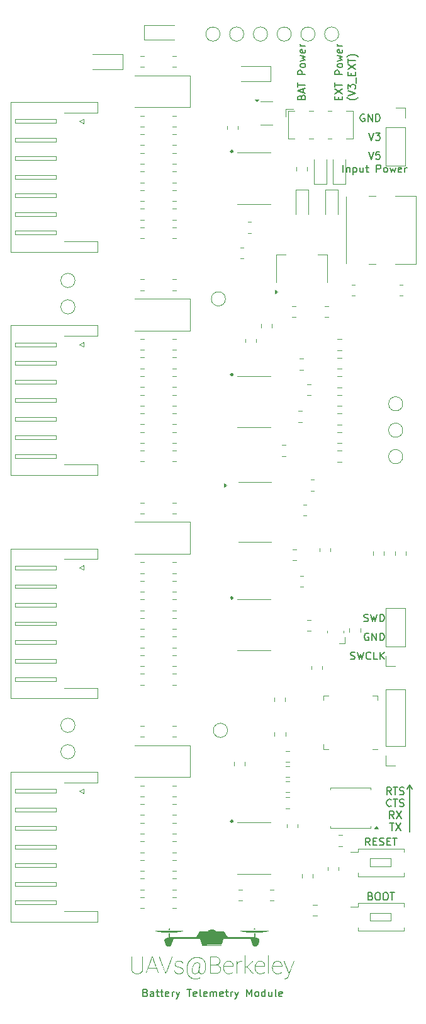
<source format=gbr>
%TF.GenerationSoftware,KiCad,Pcbnew,8.0.1*%
%TF.CreationDate,2024-04-24T01:01:48-07:00*%
%TF.ProjectId,BatteryTelemetry,42617474-6572-4795-9465-6c656d657472,rev?*%
%TF.SameCoordinates,Original*%
%TF.FileFunction,Legend,Top*%
%TF.FilePolarity,Positive*%
%FSLAX46Y46*%
G04 Gerber Fmt 4.6, Leading zero omitted, Abs format (unit mm)*
G04 Created by KiCad (PCBNEW 8.0.1) date 2024-04-24 01:01:48*
%MOMM*%
%LPD*%
G01*
G04 APERTURE LIST*
%ADD10C,0.150000*%
%ADD11C,0.120000*%
%ADD12C,0.250000*%
%ADD13C,0.000000*%
G04 APERTURE END LIST*
D10*
X79000000Y-129200000D02*
X79000000Y-135500000D01*
X78650000Y-129700000D02*
X79000000Y-129200000D01*
X79350000Y-129700000D02*
X79000000Y-129200000D01*
X79000000Y-129200000D02*
X78650000Y-129700000D01*
X73468922Y-41571569D02*
X73802255Y-42571569D01*
X73802255Y-42571569D02*
X74135588Y-41571569D01*
X74373684Y-41571569D02*
X74992731Y-41571569D01*
X74992731Y-41571569D02*
X74659398Y-41952521D01*
X74659398Y-41952521D02*
X74802255Y-41952521D01*
X74802255Y-41952521D02*
X74897493Y-42000140D01*
X74897493Y-42000140D02*
X74945112Y-42047759D01*
X74945112Y-42047759D02*
X74992731Y-42142997D01*
X74992731Y-42142997D02*
X74992731Y-42381092D01*
X74992731Y-42381092D02*
X74945112Y-42476330D01*
X74945112Y-42476330D02*
X74897493Y-42523950D01*
X74897493Y-42523950D02*
X74802255Y-42571569D01*
X74802255Y-42571569D02*
X74516541Y-42571569D01*
X74516541Y-42571569D02*
X74421303Y-42523950D01*
X74421303Y-42523950D02*
X74373684Y-42476330D01*
X72897493Y-39079188D02*
X72802255Y-39031569D01*
X72802255Y-39031569D02*
X72659398Y-39031569D01*
X72659398Y-39031569D02*
X72516541Y-39079188D01*
X72516541Y-39079188D02*
X72421303Y-39174426D01*
X72421303Y-39174426D02*
X72373684Y-39269664D01*
X72373684Y-39269664D02*
X72326065Y-39460140D01*
X72326065Y-39460140D02*
X72326065Y-39602997D01*
X72326065Y-39602997D02*
X72373684Y-39793473D01*
X72373684Y-39793473D02*
X72421303Y-39888711D01*
X72421303Y-39888711D02*
X72516541Y-39983950D01*
X72516541Y-39983950D02*
X72659398Y-40031569D01*
X72659398Y-40031569D02*
X72754636Y-40031569D01*
X72754636Y-40031569D02*
X72897493Y-39983950D01*
X72897493Y-39983950D02*
X72945112Y-39936330D01*
X72945112Y-39936330D02*
X72945112Y-39602997D01*
X72945112Y-39602997D02*
X72754636Y-39602997D01*
X73373684Y-40031569D02*
X73373684Y-39031569D01*
X73373684Y-39031569D02*
X73945112Y-40031569D01*
X73945112Y-40031569D02*
X73945112Y-39031569D01*
X74421303Y-40031569D02*
X74421303Y-39031569D01*
X74421303Y-39031569D02*
X74659398Y-39031569D01*
X74659398Y-39031569D02*
X74802255Y-39079188D01*
X74802255Y-39079188D02*
X74897493Y-39174426D01*
X74897493Y-39174426D02*
X74945112Y-39269664D01*
X74945112Y-39269664D02*
X74992731Y-39460140D01*
X74992731Y-39460140D02*
X74992731Y-39602997D01*
X74992731Y-39602997D02*
X74945112Y-39793473D01*
X74945112Y-39793473D02*
X74897493Y-39888711D01*
X74897493Y-39888711D02*
X74802255Y-39983950D01*
X74802255Y-39983950D02*
X74659398Y-40031569D01*
X74659398Y-40031569D02*
X74421303Y-40031569D01*
X43449872Y-157096009D02*
X43592729Y-157143628D01*
X43592729Y-157143628D02*
X43640348Y-157191247D01*
X43640348Y-157191247D02*
X43687967Y-157286485D01*
X43687967Y-157286485D02*
X43687967Y-157429342D01*
X43687967Y-157429342D02*
X43640348Y-157524580D01*
X43640348Y-157524580D02*
X43592729Y-157572200D01*
X43592729Y-157572200D02*
X43497491Y-157619819D01*
X43497491Y-157619819D02*
X43116539Y-157619819D01*
X43116539Y-157619819D02*
X43116539Y-156619819D01*
X43116539Y-156619819D02*
X43449872Y-156619819D01*
X43449872Y-156619819D02*
X43545110Y-156667438D01*
X43545110Y-156667438D02*
X43592729Y-156715057D01*
X43592729Y-156715057D02*
X43640348Y-156810295D01*
X43640348Y-156810295D02*
X43640348Y-156905533D01*
X43640348Y-156905533D02*
X43592729Y-157000771D01*
X43592729Y-157000771D02*
X43545110Y-157048390D01*
X43545110Y-157048390D02*
X43449872Y-157096009D01*
X43449872Y-157096009D02*
X43116539Y-157096009D01*
X44545110Y-157619819D02*
X44545110Y-157096009D01*
X44545110Y-157096009D02*
X44497491Y-157000771D01*
X44497491Y-157000771D02*
X44402253Y-156953152D01*
X44402253Y-156953152D02*
X44211777Y-156953152D01*
X44211777Y-156953152D02*
X44116539Y-157000771D01*
X44545110Y-157572200D02*
X44449872Y-157619819D01*
X44449872Y-157619819D02*
X44211777Y-157619819D01*
X44211777Y-157619819D02*
X44116539Y-157572200D01*
X44116539Y-157572200D02*
X44068920Y-157476961D01*
X44068920Y-157476961D02*
X44068920Y-157381723D01*
X44068920Y-157381723D02*
X44116539Y-157286485D01*
X44116539Y-157286485D02*
X44211777Y-157238866D01*
X44211777Y-157238866D02*
X44449872Y-157238866D01*
X44449872Y-157238866D02*
X44545110Y-157191247D01*
X44878444Y-156953152D02*
X45259396Y-156953152D01*
X45021301Y-156619819D02*
X45021301Y-157476961D01*
X45021301Y-157476961D02*
X45068920Y-157572200D01*
X45068920Y-157572200D02*
X45164158Y-157619819D01*
X45164158Y-157619819D02*
X45259396Y-157619819D01*
X45449873Y-156953152D02*
X45830825Y-156953152D01*
X45592730Y-156619819D02*
X45592730Y-157476961D01*
X45592730Y-157476961D02*
X45640349Y-157572200D01*
X45640349Y-157572200D02*
X45735587Y-157619819D01*
X45735587Y-157619819D02*
X45830825Y-157619819D01*
X46545111Y-157572200D02*
X46449873Y-157619819D01*
X46449873Y-157619819D02*
X46259397Y-157619819D01*
X46259397Y-157619819D02*
X46164159Y-157572200D01*
X46164159Y-157572200D02*
X46116540Y-157476961D01*
X46116540Y-157476961D02*
X46116540Y-157096009D01*
X46116540Y-157096009D02*
X46164159Y-157000771D01*
X46164159Y-157000771D02*
X46259397Y-156953152D01*
X46259397Y-156953152D02*
X46449873Y-156953152D01*
X46449873Y-156953152D02*
X46545111Y-157000771D01*
X46545111Y-157000771D02*
X46592730Y-157096009D01*
X46592730Y-157096009D02*
X46592730Y-157191247D01*
X46592730Y-157191247D02*
X46116540Y-157286485D01*
X47021302Y-157619819D02*
X47021302Y-156953152D01*
X47021302Y-157143628D02*
X47068921Y-157048390D01*
X47068921Y-157048390D02*
X47116540Y-157000771D01*
X47116540Y-157000771D02*
X47211778Y-156953152D01*
X47211778Y-156953152D02*
X47307016Y-156953152D01*
X47545112Y-156953152D02*
X47783207Y-157619819D01*
X48021302Y-156953152D02*
X47783207Y-157619819D01*
X47783207Y-157619819D02*
X47687969Y-157857914D01*
X47687969Y-157857914D02*
X47640350Y-157905533D01*
X47640350Y-157905533D02*
X47545112Y-157953152D01*
X49021303Y-156619819D02*
X49592731Y-156619819D01*
X49307017Y-157619819D02*
X49307017Y-156619819D01*
X50307017Y-157572200D02*
X50211779Y-157619819D01*
X50211779Y-157619819D02*
X50021303Y-157619819D01*
X50021303Y-157619819D02*
X49926065Y-157572200D01*
X49926065Y-157572200D02*
X49878446Y-157476961D01*
X49878446Y-157476961D02*
X49878446Y-157096009D01*
X49878446Y-157096009D02*
X49926065Y-157000771D01*
X49926065Y-157000771D02*
X50021303Y-156953152D01*
X50021303Y-156953152D02*
X50211779Y-156953152D01*
X50211779Y-156953152D02*
X50307017Y-157000771D01*
X50307017Y-157000771D02*
X50354636Y-157096009D01*
X50354636Y-157096009D02*
X50354636Y-157191247D01*
X50354636Y-157191247D02*
X49878446Y-157286485D01*
X50926065Y-157619819D02*
X50830827Y-157572200D01*
X50830827Y-157572200D02*
X50783208Y-157476961D01*
X50783208Y-157476961D02*
X50783208Y-156619819D01*
X51687970Y-157572200D02*
X51592732Y-157619819D01*
X51592732Y-157619819D02*
X51402256Y-157619819D01*
X51402256Y-157619819D02*
X51307018Y-157572200D01*
X51307018Y-157572200D02*
X51259399Y-157476961D01*
X51259399Y-157476961D02*
X51259399Y-157096009D01*
X51259399Y-157096009D02*
X51307018Y-157000771D01*
X51307018Y-157000771D02*
X51402256Y-156953152D01*
X51402256Y-156953152D02*
X51592732Y-156953152D01*
X51592732Y-156953152D02*
X51687970Y-157000771D01*
X51687970Y-157000771D02*
X51735589Y-157096009D01*
X51735589Y-157096009D02*
X51735589Y-157191247D01*
X51735589Y-157191247D02*
X51259399Y-157286485D01*
X52164161Y-157619819D02*
X52164161Y-156953152D01*
X52164161Y-157048390D02*
X52211780Y-157000771D01*
X52211780Y-157000771D02*
X52307018Y-156953152D01*
X52307018Y-156953152D02*
X52449875Y-156953152D01*
X52449875Y-156953152D02*
X52545113Y-157000771D01*
X52545113Y-157000771D02*
X52592732Y-157096009D01*
X52592732Y-157096009D02*
X52592732Y-157619819D01*
X52592732Y-157096009D02*
X52640351Y-157000771D01*
X52640351Y-157000771D02*
X52735589Y-156953152D01*
X52735589Y-156953152D02*
X52878446Y-156953152D01*
X52878446Y-156953152D02*
X52973685Y-157000771D01*
X52973685Y-157000771D02*
X53021304Y-157096009D01*
X53021304Y-157096009D02*
X53021304Y-157619819D01*
X53878446Y-157572200D02*
X53783208Y-157619819D01*
X53783208Y-157619819D02*
X53592732Y-157619819D01*
X53592732Y-157619819D02*
X53497494Y-157572200D01*
X53497494Y-157572200D02*
X53449875Y-157476961D01*
X53449875Y-157476961D02*
X53449875Y-157096009D01*
X53449875Y-157096009D02*
X53497494Y-157000771D01*
X53497494Y-157000771D02*
X53592732Y-156953152D01*
X53592732Y-156953152D02*
X53783208Y-156953152D01*
X53783208Y-156953152D02*
X53878446Y-157000771D01*
X53878446Y-157000771D02*
X53926065Y-157096009D01*
X53926065Y-157096009D02*
X53926065Y-157191247D01*
X53926065Y-157191247D02*
X53449875Y-157286485D01*
X54211780Y-156953152D02*
X54592732Y-156953152D01*
X54354637Y-156619819D02*
X54354637Y-157476961D01*
X54354637Y-157476961D02*
X54402256Y-157572200D01*
X54402256Y-157572200D02*
X54497494Y-157619819D01*
X54497494Y-157619819D02*
X54592732Y-157619819D01*
X54926066Y-157619819D02*
X54926066Y-156953152D01*
X54926066Y-157143628D02*
X54973685Y-157048390D01*
X54973685Y-157048390D02*
X55021304Y-157000771D01*
X55021304Y-157000771D02*
X55116542Y-156953152D01*
X55116542Y-156953152D02*
X55211780Y-156953152D01*
X55449876Y-156953152D02*
X55687971Y-157619819D01*
X55926066Y-156953152D02*
X55687971Y-157619819D01*
X55687971Y-157619819D02*
X55592733Y-157857914D01*
X55592733Y-157857914D02*
X55545114Y-157905533D01*
X55545114Y-157905533D02*
X55449876Y-157953152D01*
X57068924Y-157619819D02*
X57068924Y-156619819D01*
X57068924Y-156619819D02*
X57402257Y-157334104D01*
X57402257Y-157334104D02*
X57735590Y-156619819D01*
X57735590Y-156619819D02*
X57735590Y-157619819D01*
X58354638Y-157619819D02*
X58259400Y-157572200D01*
X58259400Y-157572200D02*
X58211781Y-157524580D01*
X58211781Y-157524580D02*
X58164162Y-157429342D01*
X58164162Y-157429342D02*
X58164162Y-157143628D01*
X58164162Y-157143628D02*
X58211781Y-157048390D01*
X58211781Y-157048390D02*
X58259400Y-157000771D01*
X58259400Y-157000771D02*
X58354638Y-156953152D01*
X58354638Y-156953152D02*
X58497495Y-156953152D01*
X58497495Y-156953152D02*
X58592733Y-157000771D01*
X58592733Y-157000771D02*
X58640352Y-157048390D01*
X58640352Y-157048390D02*
X58687971Y-157143628D01*
X58687971Y-157143628D02*
X58687971Y-157429342D01*
X58687971Y-157429342D02*
X58640352Y-157524580D01*
X58640352Y-157524580D02*
X58592733Y-157572200D01*
X58592733Y-157572200D02*
X58497495Y-157619819D01*
X58497495Y-157619819D02*
X58354638Y-157619819D01*
X59545114Y-157619819D02*
X59545114Y-156619819D01*
X59545114Y-157572200D02*
X59449876Y-157619819D01*
X59449876Y-157619819D02*
X59259400Y-157619819D01*
X59259400Y-157619819D02*
X59164162Y-157572200D01*
X59164162Y-157572200D02*
X59116543Y-157524580D01*
X59116543Y-157524580D02*
X59068924Y-157429342D01*
X59068924Y-157429342D02*
X59068924Y-157143628D01*
X59068924Y-157143628D02*
X59116543Y-157048390D01*
X59116543Y-157048390D02*
X59164162Y-157000771D01*
X59164162Y-157000771D02*
X59259400Y-156953152D01*
X59259400Y-156953152D02*
X59449876Y-156953152D01*
X59449876Y-156953152D02*
X59545114Y-157000771D01*
X60449876Y-156953152D02*
X60449876Y-157619819D01*
X60021305Y-156953152D02*
X60021305Y-157476961D01*
X60021305Y-157476961D02*
X60068924Y-157572200D01*
X60068924Y-157572200D02*
X60164162Y-157619819D01*
X60164162Y-157619819D02*
X60307019Y-157619819D01*
X60307019Y-157619819D02*
X60402257Y-157572200D01*
X60402257Y-157572200D02*
X60449876Y-157524580D01*
X61068924Y-157619819D02*
X60973686Y-157572200D01*
X60973686Y-157572200D02*
X60926067Y-157476961D01*
X60926067Y-157476961D02*
X60926067Y-156619819D01*
X61830829Y-157572200D02*
X61735591Y-157619819D01*
X61735591Y-157619819D02*
X61545115Y-157619819D01*
X61545115Y-157619819D02*
X61449877Y-157572200D01*
X61449877Y-157572200D02*
X61402258Y-157476961D01*
X61402258Y-157476961D02*
X61402258Y-157096009D01*
X61402258Y-157096009D02*
X61449877Y-157000771D01*
X61449877Y-157000771D02*
X61545115Y-156953152D01*
X61545115Y-156953152D02*
X61735591Y-156953152D01*
X61735591Y-156953152D02*
X61830829Y-157000771D01*
X61830829Y-157000771D02*
X61878448Y-157096009D01*
X61878448Y-157096009D02*
X61878448Y-157191247D01*
X61878448Y-157191247D02*
X61402258Y-157286485D01*
X69422759Y-37113220D02*
X69422759Y-36779887D01*
X69946569Y-36637030D02*
X69946569Y-37113220D01*
X69946569Y-37113220D02*
X68946569Y-37113220D01*
X68946569Y-37113220D02*
X68946569Y-36637030D01*
X68946569Y-36303696D02*
X69946569Y-35637030D01*
X68946569Y-35637030D02*
X69946569Y-36303696D01*
X68946569Y-35398934D02*
X68946569Y-34827506D01*
X69946569Y-35113220D02*
X68946569Y-35113220D01*
X69946569Y-33732267D02*
X68946569Y-33732267D01*
X68946569Y-33732267D02*
X68946569Y-33351315D01*
X68946569Y-33351315D02*
X68994188Y-33256077D01*
X68994188Y-33256077D02*
X69041807Y-33208458D01*
X69041807Y-33208458D02*
X69137045Y-33160839D01*
X69137045Y-33160839D02*
X69279902Y-33160839D01*
X69279902Y-33160839D02*
X69375140Y-33208458D01*
X69375140Y-33208458D02*
X69422759Y-33256077D01*
X69422759Y-33256077D02*
X69470378Y-33351315D01*
X69470378Y-33351315D02*
X69470378Y-33732267D01*
X69946569Y-32589410D02*
X69898950Y-32684648D01*
X69898950Y-32684648D02*
X69851330Y-32732267D01*
X69851330Y-32732267D02*
X69756092Y-32779886D01*
X69756092Y-32779886D02*
X69470378Y-32779886D01*
X69470378Y-32779886D02*
X69375140Y-32732267D01*
X69375140Y-32732267D02*
X69327521Y-32684648D01*
X69327521Y-32684648D02*
X69279902Y-32589410D01*
X69279902Y-32589410D02*
X69279902Y-32446553D01*
X69279902Y-32446553D02*
X69327521Y-32351315D01*
X69327521Y-32351315D02*
X69375140Y-32303696D01*
X69375140Y-32303696D02*
X69470378Y-32256077D01*
X69470378Y-32256077D02*
X69756092Y-32256077D01*
X69756092Y-32256077D02*
X69851330Y-32303696D01*
X69851330Y-32303696D02*
X69898950Y-32351315D01*
X69898950Y-32351315D02*
X69946569Y-32446553D01*
X69946569Y-32446553D02*
X69946569Y-32589410D01*
X69279902Y-31922743D02*
X69946569Y-31732267D01*
X69946569Y-31732267D02*
X69470378Y-31541791D01*
X69470378Y-31541791D02*
X69946569Y-31351315D01*
X69946569Y-31351315D02*
X69279902Y-31160839D01*
X69898950Y-30398934D02*
X69946569Y-30494172D01*
X69946569Y-30494172D02*
X69946569Y-30684648D01*
X69946569Y-30684648D02*
X69898950Y-30779886D01*
X69898950Y-30779886D02*
X69803711Y-30827505D01*
X69803711Y-30827505D02*
X69422759Y-30827505D01*
X69422759Y-30827505D02*
X69327521Y-30779886D01*
X69327521Y-30779886D02*
X69279902Y-30684648D01*
X69279902Y-30684648D02*
X69279902Y-30494172D01*
X69279902Y-30494172D02*
X69327521Y-30398934D01*
X69327521Y-30398934D02*
X69422759Y-30351315D01*
X69422759Y-30351315D02*
X69517997Y-30351315D01*
X69517997Y-30351315D02*
X69613235Y-30827505D01*
X69946569Y-29922743D02*
X69279902Y-29922743D01*
X69470378Y-29922743D02*
X69375140Y-29875124D01*
X69375140Y-29875124D02*
X69327521Y-29827505D01*
X69327521Y-29827505D02*
X69279902Y-29732267D01*
X69279902Y-29732267D02*
X69279902Y-29637029D01*
X71032017Y-112273950D02*
X71174874Y-112321569D01*
X71174874Y-112321569D02*
X71412969Y-112321569D01*
X71412969Y-112321569D02*
X71508207Y-112273950D01*
X71508207Y-112273950D02*
X71555826Y-112226330D01*
X71555826Y-112226330D02*
X71603445Y-112131092D01*
X71603445Y-112131092D02*
X71603445Y-112035854D01*
X71603445Y-112035854D02*
X71555826Y-111940616D01*
X71555826Y-111940616D02*
X71508207Y-111892997D01*
X71508207Y-111892997D02*
X71412969Y-111845378D01*
X71412969Y-111845378D02*
X71222493Y-111797759D01*
X71222493Y-111797759D02*
X71127255Y-111750140D01*
X71127255Y-111750140D02*
X71079636Y-111702521D01*
X71079636Y-111702521D02*
X71032017Y-111607283D01*
X71032017Y-111607283D02*
X71032017Y-111512045D01*
X71032017Y-111512045D02*
X71079636Y-111416807D01*
X71079636Y-111416807D02*
X71127255Y-111369188D01*
X71127255Y-111369188D02*
X71222493Y-111321569D01*
X71222493Y-111321569D02*
X71460588Y-111321569D01*
X71460588Y-111321569D02*
X71603445Y-111369188D01*
X71936779Y-111321569D02*
X72174874Y-112321569D01*
X72174874Y-112321569D02*
X72365350Y-111607283D01*
X72365350Y-111607283D02*
X72555826Y-112321569D01*
X72555826Y-112321569D02*
X72793922Y-111321569D01*
X73746302Y-112226330D02*
X73698683Y-112273950D01*
X73698683Y-112273950D02*
X73555826Y-112321569D01*
X73555826Y-112321569D02*
X73460588Y-112321569D01*
X73460588Y-112321569D02*
X73317731Y-112273950D01*
X73317731Y-112273950D02*
X73222493Y-112178711D01*
X73222493Y-112178711D02*
X73174874Y-112083473D01*
X73174874Y-112083473D02*
X73127255Y-111892997D01*
X73127255Y-111892997D02*
X73127255Y-111750140D01*
X73127255Y-111750140D02*
X73174874Y-111559664D01*
X73174874Y-111559664D02*
X73222493Y-111464426D01*
X73222493Y-111464426D02*
X73317731Y-111369188D01*
X73317731Y-111369188D02*
X73460588Y-111321569D01*
X73460588Y-111321569D02*
X73555826Y-111321569D01*
X73555826Y-111321569D02*
X73698683Y-111369188D01*
X73698683Y-111369188D02*
X73746302Y-111416807D01*
X74651064Y-112321569D02*
X74174874Y-112321569D01*
X74174874Y-112321569D02*
X74174874Y-111321569D01*
X74984398Y-112321569D02*
X74984398Y-111321569D01*
X75555826Y-112321569D02*
X75127255Y-111750140D01*
X75555826Y-111321569D02*
X74984398Y-111892997D01*
X76286779Y-134294819D02*
X76858207Y-134294819D01*
X76572493Y-135294819D02*
X76572493Y-134294819D01*
X77096303Y-134294819D02*
X77762969Y-135294819D01*
X77762969Y-134294819D02*
X77096303Y-135294819D01*
X76882017Y-133694819D02*
X76548684Y-133218628D01*
X76310589Y-133694819D02*
X76310589Y-132694819D01*
X76310589Y-132694819D02*
X76691541Y-132694819D01*
X76691541Y-132694819D02*
X76786779Y-132742438D01*
X76786779Y-132742438D02*
X76834398Y-132790057D01*
X76834398Y-132790057D02*
X76882017Y-132885295D01*
X76882017Y-132885295D02*
X76882017Y-133028152D01*
X76882017Y-133028152D02*
X76834398Y-133123390D01*
X76834398Y-133123390D02*
X76786779Y-133171009D01*
X76786779Y-133171009D02*
X76691541Y-133218628D01*
X76691541Y-133218628D02*
X76310589Y-133218628D01*
X77215351Y-132694819D02*
X77882017Y-133694819D01*
X77882017Y-132694819D02*
X77215351Y-133694819D01*
X64422759Y-36779887D02*
X64470378Y-36637030D01*
X64470378Y-36637030D02*
X64517997Y-36589411D01*
X64517997Y-36589411D02*
X64613235Y-36541792D01*
X64613235Y-36541792D02*
X64756092Y-36541792D01*
X64756092Y-36541792D02*
X64851330Y-36589411D01*
X64851330Y-36589411D02*
X64898950Y-36637030D01*
X64898950Y-36637030D02*
X64946569Y-36732268D01*
X64946569Y-36732268D02*
X64946569Y-37113220D01*
X64946569Y-37113220D02*
X63946569Y-37113220D01*
X63946569Y-37113220D02*
X63946569Y-36779887D01*
X63946569Y-36779887D02*
X63994188Y-36684649D01*
X63994188Y-36684649D02*
X64041807Y-36637030D01*
X64041807Y-36637030D02*
X64137045Y-36589411D01*
X64137045Y-36589411D02*
X64232283Y-36589411D01*
X64232283Y-36589411D02*
X64327521Y-36637030D01*
X64327521Y-36637030D02*
X64375140Y-36684649D01*
X64375140Y-36684649D02*
X64422759Y-36779887D01*
X64422759Y-36779887D02*
X64422759Y-37113220D01*
X64660854Y-36160839D02*
X64660854Y-35684649D01*
X64946569Y-36256077D02*
X63946569Y-35922744D01*
X63946569Y-35922744D02*
X64946569Y-35589411D01*
X63946569Y-35398934D02*
X63946569Y-34827506D01*
X64946569Y-35113220D02*
X63946569Y-35113220D01*
X64946569Y-33732267D02*
X63946569Y-33732267D01*
X63946569Y-33732267D02*
X63946569Y-33351315D01*
X63946569Y-33351315D02*
X63994188Y-33256077D01*
X63994188Y-33256077D02*
X64041807Y-33208458D01*
X64041807Y-33208458D02*
X64137045Y-33160839D01*
X64137045Y-33160839D02*
X64279902Y-33160839D01*
X64279902Y-33160839D02*
X64375140Y-33208458D01*
X64375140Y-33208458D02*
X64422759Y-33256077D01*
X64422759Y-33256077D02*
X64470378Y-33351315D01*
X64470378Y-33351315D02*
X64470378Y-33732267D01*
X64946569Y-32589410D02*
X64898950Y-32684648D01*
X64898950Y-32684648D02*
X64851330Y-32732267D01*
X64851330Y-32732267D02*
X64756092Y-32779886D01*
X64756092Y-32779886D02*
X64470378Y-32779886D01*
X64470378Y-32779886D02*
X64375140Y-32732267D01*
X64375140Y-32732267D02*
X64327521Y-32684648D01*
X64327521Y-32684648D02*
X64279902Y-32589410D01*
X64279902Y-32589410D02*
X64279902Y-32446553D01*
X64279902Y-32446553D02*
X64327521Y-32351315D01*
X64327521Y-32351315D02*
X64375140Y-32303696D01*
X64375140Y-32303696D02*
X64470378Y-32256077D01*
X64470378Y-32256077D02*
X64756092Y-32256077D01*
X64756092Y-32256077D02*
X64851330Y-32303696D01*
X64851330Y-32303696D02*
X64898950Y-32351315D01*
X64898950Y-32351315D02*
X64946569Y-32446553D01*
X64946569Y-32446553D02*
X64946569Y-32589410D01*
X64279902Y-31922743D02*
X64946569Y-31732267D01*
X64946569Y-31732267D02*
X64470378Y-31541791D01*
X64470378Y-31541791D02*
X64946569Y-31351315D01*
X64946569Y-31351315D02*
X64279902Y-31160839D01*
X64898950Y-30398934D02*
X64946569Y-30494172D01*
X64946569Y-30494172D02*
X64946569Y-30684648D01*
X64946569Y-30684648D02*
X64898950Y-30779886D01*
X64898950Y-30779886D02*
X64803711Y-30827505D01*
X64803711Y-30827505D02*
X64422759Y-30827505D01*
X64422759Y-30827505D02*
X64327521Y-30779886D01*
X64327521Y-30779886D02*
X64279902Y-30684648D01*
X64279902Y-30684648D02*
X64279902Y-30494172D01*
X64279902Y-30494172D02*
X64327521Y-30398934D01*
X64327521Y-30398934D02*
X64422759Y-30351315D01*
X64422759Y-30351315D02*
X64517997Y-30351315D01*
X64517997Y-30351315D02*
X64613235Y-30827505D01*
X64946569Y-29922743D02*
X64279902Y-29922743D01*
X64470378Y-29922743D02*
X64375140Y-29875124D01*
X64375140Y-29875124D02*
X64327521Y-29827505D01*
X64327521Y-29827505D02*
X64279902Y-29732267D01*
X64279902Y-29732267D02*
X64279902Y-29637029D01*
X73468922Y-44111569D02*
X73802255Y-45111569D01*
X73802255Y-45111569D02*
X74135588Y-44111569D01*
X74945112Y-44111569D02*
X74468922Y-44111569D01*
X74468922Y-44111569D02*
X74421303Y-44587759D01*
X74421303Y-44587759D02*
X74468922Y-44540140D01*
X74468922Y-44540140D02*
X74564160Y-44492521D01*
X74564160Y-44492521D02*
X74802255Y-44492521D01*
X74802255Y-44492521D02*
X74897493Y-44540140D01*
X74897493Y-44540140D02*
X74945112Y-44587759D01*
X74945112Y-44587759D02*
X74992731Y-44682997D01*
X74992731Y-44682997D02*
X74992731Y-44921092D01*
X74992731Y-44921092D02*
X74945112Y-45016330D01*
X74945112Y-45016330D02*
X74897493Y-45063950D01*
X74897493Y-45063950D02*
X74802255Y-45111569D01*
X74802255Y-45111569D02*
X74564160Y-45111569D01*
X74564160Y-45111569D02*
X74468922Y-45063950D01*
X74468922Y-45063950D02*
X74421303Y-45016330D01*
X72050771Y-36827506D02*
X72003152Y-36875125D01*
X72003152Y-36875125D02*
X71860295Y-36970363D01*
X71860295Y-36970363D02*
X71765057Y-37017982D01*
X71765057Y-37017982D02*
X71622200Y-37065601D01*
X71622200Y-37065601D02*
X71384104Y-37113220D01*
X71384104Y-37113220D02*
X71193628Y-37113220D01*
X71193628Y-37113220D02*
X70955533Y-37065601D01*
X70955533Y-37065601D02*
X70812676Y-37017982D01*
X70812676Y-37017982D02*
X70717438Y-36970363D01*
X70717438Y-36970363D02*
X70574580Y-36875125D01*
X70574580Y-36875125D02*
X70526961Y-36827506D01*
X70669819Y-36589410D02*
X71669819Y-36256077D01*
X71669819Y-36256077D02*
X70669819Y-35922744D01*
X70669819Y-35684648D02*
X70669819Y-35065601D01*
X70669819Y-35065601D02*
X71050771Y-35398934D01*
X71050771Y-35398934D02*
X71050771Y-35256077D01*
X71050771Y-35256077D02*
X71098390Y-35160839D01*
X71098390Y-35160839D02*
X71146009Y-35113220D01*
X71146009Y-35113220D02*
X71241247Y-35065601D01*
X71241247Y-35065601D02*
X71479342Y-35065601D01*
X71479342Y-35065601D02*
X71574580Y-35113220D01*
X71574580Y-35113220D02*
X71622200Y-35160839D01*
X71622200Y-35160839D02*
X71669819Y-35256077D01*
X71669819Y-35256077D02*
X71669819Y-35541791D01*
X71669819Y-35541791D02*
X71622200Y-35637029D01*
X71622200Y-35637029D02*
X71574580Y-35684648D01*
X71765057Y-34875125D02*
X71765057Y-34113220D01*
X71146009Y-33875124D02*
X71146009Y-33541791D01*
X71669819Y-33398934D02*
X71669819Y-33875124D01*
X71669819Y-33875124D02*
X70669819Y-33875124D01*
X70669819Y-33875124D02*
X70669819Y-33398934D01*
X70669819Y-33065600D02*
X71669819Y-32398934D01*
X70669819Y-32398934D02*
X71669819Y-33065600D01*
X70669819Y-32160838D02*
X70669819Y-31589410D01*
X71669819Y-31875124D02*
X70669819Y-31875124D01*
X72050771Y-31351314D02*
X72003152Y-31303695D01*
X72003152Y-31303695D02*
X71860295Y-31208457D01*
X71860295Y-31208457D02*
X71765057Y-31160838D01*
X71765057Y-31160838D02*
X71622200Y-31113219D01*
X71622200Y-31113219D02*
X71384104Y-31065600D01*
X71384104Y-31065600D02*
X71193628Y-31065600D01*
X71193628Y-31065600D02*
X70955533Y-31113219D01*
X70955533Y-31113219D02*
X70812676Y-31160838D01*
X70812676Y-31160838D02*
X70717438Y-31208457D01*
X70717438Y-31208457D02*
X70574580Y-31303695D01*
X70574580Y-31303695D02*
X70526961Y-31351314D01*
X70009397Y-46869819D02*
X70009397Y-45869819D01*
X70485587Y-46203152D02*
X70485587Y-46869819D01*
X70485587Y-46298390D02*
X70533206Y-46250771D01*
X70533206Y-46250771D02*
X70628444Y-46203152D01*
X70628444Y-46203152D02*
X70771301Y-46203152D01*
X70771301Y-46203152D02*
X70866539Y-46250771D01*
X70866539Y-46250771D02*
X70914158Y-46346009D01*
X70914158Y-46346009D02*
X70914158Y-46869819D01*
X71390349Y-46203152D02*
X71390349Y-47203152D01*
X71390349Y-46250771D02*
X71485587Y-46203152D01*
X71485587Y-46203152D02*
X71676063Y-46203152D01*
X71676063Y-46203152D02*
X71771301Y-46250771D01*
X71771301Y-46250771D02*
X71818920Y-46298390D01*
X71818920Y-46298390D02*
X71866539Y-46393628D01*
X71866539Y-46393628D02*
X71866539Y-46679342D01*
X71866539Y-46679342D02*
X71818920Y-46774580D01*
X71818920Y-46774580D02*
X71771301Y-46822200D01*
X71771301Y-46822200D02*
X71676063Y-46869819D01*
X71676063Y-46869819D02*
X71485587Y-46869819D01*
X71485587Y-46869819D02*
X71390349Y-46822200D01*
X72723682Y-46203152D02*
X72723682Y-46869819D01*
X72295111Y-46203152D02*
X72295111Y-46726961D01*
X72295111Y-46726961D02*
X72342730Y-46822200D01*
X72342730Y-46822200D02*
X72437968Y-46869819D01*
X72437968Y-46869819D02*
X72580825Y-46869819D01*
X72580825Y-46869819D02*
X72676063Y-46822200D01*
X72676063Y-46822200D02*
X72723682Y-46774580D01*
X73057016Y-46203152D02*
X73437968Y-46203152D01*
X73199873Y-45869819D02*
X73199873Y-46726961D01*
X73199873Y-46726961D02*
X73247492Y-46822200D01*
X73247492Y-46822200D02*
X73342730Y-46869819D01*
X73342730Y-46869819D02*
X73437968Y-46869819D01*
X74533207Y-46869819D02*
X74533207Y-45869819D01*
X74533207Y-45869819D02*
X74914159Y-45869819D01*
X74914159Y-45869819D02*
X75009397Y-45917438D01*
X75009397Y-45917438D02*
X75057016Y-45965057D01*
X75057016Y-45965057D02*
X75104635Y-46060295D01*
X75104635Y-46060295D02*
X75104635Y-46203152D01*
X75104635Y-46203152D02*
X75057016Y-46298390D01*
X75057016Y-46298390D02*
X75009397Y-46346009D01*
X75009397Y-46346009D02*
X74914159Y-46393628D01*
X74914159Y-46393628D02*
X74533207Y-46393628D01*
X75676064Y-46869819D02*
X75580826Y-46822200D01*
X75580826Y-46822200D02*
X75533207Y-46774580D01*
X75533207Y-46774580D02*
X75485588Y-46679342D01*
X75485588Y-46679342D02*
X75485588Y-46393628D01*
X75485588Y-46393628D02*
X75533207Y-46298390D01*
X75533207Y-46298390D02*
X75580826Y-46250771D01*
X75580826Y-46250771D02*
X75676064Y-46203152D01*
X75676064Y-46203152D02*
X75818921Y-46203152D01*
X75818921Y-46203152D02*
X75914159Y-46250771D01*
X75914159Y-46250771D02*
X75961778Y-46298390D01*
X75961778Y-46298390D02*
X76009397Y-46393628D01*
X76009397Y-46393628D02*
X76009397Y-46679342D01*
X76009397Y-46679342D02*
X75961778Y-46774580D01*
X75961778Y-46774580D02*
X75914159Y-46822200D01*
X75914159Y-46822200D02*
X75818921Y-46869819D01*
X75818921Y-46869819D02*
X75676064Y-46869819D01*
X76342731Y-46203152D02*
X76533207Y-46869819D01*
X76533207Y-46869819D02*
X76723683Y-46393628D01*
X76723683Y-46393628D02*
X76914159Y-46869819D01*
X76914159Y-46869819D02*
X77104635Y-46203152D01*
X77866540Y-46822200D02*
X77771302Y-46869819D01*
X77771302Y-46869819D02*
X77580826Y-46869819D01*
X77580826Y-46869819D02*
X77485588Y-46822200D01*
X77485588Y-46822200D02*
X77437969Y-46726961D01*
X77437969Y-46726961D02*
X77437969Y-46346009D01*
X77437969Y-46346009D02*
X77485588Y-46250771D01*
X77485588Y-46250771D02*
X77580826Y-46203152D01*
X77580826Y-46203152D02*
X77771302Y-46203152D01*
X77771302Y-46203152D02*
X77866540Y-46250771D01*
X77866540Y-46250771D02*
X77914159Y-46346009D01*
X77914159Y-46346009D02*
X77914159Y-46441247D01*
X77914159Y-46441247D02*
X77437969Y-46536485D01*
X78342731Y-46869819D02*
X78342731Y-46203152D01*
X78342731Y-46393628D02*
X78390350Y-46298390D01*
X78390350Y-46298390D02*
X78437969Y-46250771D01*
X78437969Y-46250771D02*
X78533207Y-46203152D01*
X78533207Y-46203152D02*
X78628445Y-46203152D01*
X73741541Y-144121009D02*
X73884398Y-144168628D01*
X73884398Y-144168628D02*
X73932017Y-144216247D01*
X73932017Y-144216247D02*
X73979636Y-144311485D01*
X73979636Y-144311485D02*
X73979636Y-144454342D01*
X73979636Y-144454342D02*
X73932017Y-144549580D01*
X73932017Y-144549580D02*
X73884398Y-144597200D01*
X73884398Y-144597200D02*
X73789160Y-144644819D01*
X73789160Y-144644819D02*
X73408208Y-144644819D01*
X73408208Y-144644819D02*
X73408208Y-143644819D01*
X73408208Y-143644819D02*
X73741541Y-143644819D01*
X73741541Y-143644819D02*
X73836779Y-143692438D01*
X73836779Y-143692438D02*
X73884398Y-143740057D01*
X73884398Y-143740057D02*
X73932017Y-143835295D01*
X73932017Y-143835295D02*
X73932017Y-143930533D01*
X73932017Y-143930533D02*
X73884398Y-144025771D01*
X73884398Y-144025771D02*
X73836779Y-144073390D01*
X73836779Y-144073390D02*
X73741541Y-144121009D01*
X73741541Y-144121009D02*
X73408208Y-144121009D01*
X74598684Y-143644819D02*
X74789160Y-143644819D01*
X74789160Y-143644819D02*
X74884398Y-143692438D01*
X74884398Y-143692438D02*
X74979636Y-143787676D01*
X74979636Y-143787676D02*
X75027255Y-143978152D01*
X75027255Y-143978152D02*
X75027255Y-144311485D01*
X75027255Y-144311485D02*
X74979636Y-144501961D01*
X74979636Y-144501961D02*
X74884398Y-144597200D01*
X74884398Y-144597200D02*
X74789160Y-144644819D01*
X74789160Y-144644819D02*
X74598684Y-144644819D01*
X74598684Y-144644819D02*
X74503446Y-144597200D01*
X74503446Y-144597200D02*
X74408208Y-144501961D01*
X74408208Y-144501961D02*
X74360589Y-144311485D01*
X74360589Y-144311485D02*
X74360589Y-143978152D01*
X74360589Y-143978152D02*
X74408208Y-143787676D01*
X74408208Y-143787676D02*
X74503446Y-143692438D01*
X74503446Y-143692438D02*
X74598684Y-143644819D01*
X75646303Y-143644819D02*
X75836779Y-143644819D01*
X75836779Y-143644819D02*
X75932017Y-143692438D01*
X75932017Y-143692438D02*
X76027255Y-143787676D01*
X76027255Y-143787676D02*
X76074874Y-143978152D01*
X76074874Y-143978152D02*
X76074874Y-144311485D01*
X76074874Y-144311485D02*
X76027255Y-144501961D01*
X76027255Y-144501961D02*
X75932017Y-144597200D01*
X75932017Y-144597200D02*
X75836779Y-144644819D01*
X75836779Y-144644819D02*
X75646303Y-144644819D01*
X75646303Y-144644819D02*
X75551065Y-144597200D01*
X75551065Y-144597200D02*
X75455827Y-144501961D01*
X75455827Y-144501961D02*
X75408208Y-144311485D01*
X75408208Y-144311485D02*
X75408208Y-143978152D01*
X75408208Y-143978152D02*
X75455827Y-143787676D01*
X75455827Y-143787676D02*
X75551065Y-143692438D01*
X75551065Y-143692438D02*
X75646303Y-143644819D01*
X76360589Y-143644819D02*
X76932017Y-143644819D01*
X76646303Y-144644819D02*
X76646303Y-143644819D01*
X76501064Y-131999580D02*
X76453445Y-132047200D01*
X76453445Y-132047200D02*
X76310588Y-132094819D01*
X76310588Y-132094819D02*
X76215350Y-132094819D01*
X76215350Y-132094819D02*
X76072493Y-132047200D01*
X76072493Y-132047200D02*
X75977255Y-131951961D01*
X75977255Y-131951961D02*
X75929636Y-131856723D01*
X75929636Y-131856723D02*
X75882017Y-131666247D01*
X75882017Y-131666247D02*
X75882017Y-131523390D01*
X75882017Y-131523390D02*
X75929636Y-131332914D01*
X75929636Y-131332914D02*
X75977255Y-131237676D01*
X75977255Y-131237676D02*
X76072493Y-131142438D01*
X76072493Y-131142438D02*
X76215350Y-131094819D01*
X76215350Y-131094819D02*
X76310588Y-131094819D01*
X76310588Y-131094819D02*
X76453445Y-131142438D01*
X76453445Y-131142438D02*
X76501064Y-131190057D01*
X76786779Y-131094819D02*
X77358207Y-131094819D01*
X77072493Y-132094819D02*
X77072493Y-131094819D01*
X77643922Y-132047200D02*
X77786779Y-132094819D01*
X77786779Y-132094819D02*
X78024874Y-132094819D01*
X78024874Y-132094819D02*
X78120112Y-132047200D01*
X78120112Y-132047200D02*
X78167731Y-131999580D01*
X78167731Y-131999580D02*
X78215350Y-131904342D01*
X78215350Y-131904342D02*
X78215350Y-131809104D01*
X78215350Y-131809104D02*
X78167731Y-131713866D01*
X78167731Y-131713866D02*
X78120112Y-131666247D01*
X78120112Y-131666247D02*
X78024874Y-131618628D01*
X78024874Y-131618628D02*
X77834398Y-131571009D01*
X77834398Y-131571009D02*
X77739160Y-131523390D01*
X77739160Y-131523390D02*
X77691541Y-131475771D01*
X77691541Y-131475771D02*
X77643922Y-131380533D01*
X77643922Y-131380533D02*
X77643922Y-131285295D01*
X77643922Y-131285295D02*
X77691541Y-131190057D01*
X77691541Y-131190057D02*
X77739160Y-131142438D01*
X77739160Y-131142438D02*
X77834398Y-131094819D01*
X77834398Y-131094819D02*
X78072493Y-131094819D01*
X78072493Y-131094819D02*
X78215350Y-131142438D01*
X73646302Y-137294819D02*
X73312969Y-136818628D01*
X73074874Y-137294819D02*
X73074874Y-136294819D01*
X73074874Y-136294819D02*
X73455826Y-136294819D01*
X73455826Y-136294819D02*
X73551064Y-136342438D01*
X73551064Y-136342438D02*
X73598683Y-136390057D01*
X73598683Y-136390057D02*
X73646302Y-136485295D01*
X73646302Y-136485295D02*
X73646302Y-136628152D01*
X73646302Y-136628152D02*
X73598683Y-136723390D01*
X73598683Y-136723390D02*
X73551064Y-136771009D01*
X73551064Y-136771009D02*
X73455826Y-136818628D01*
X73455826Y-136818628D02*
X73074874Y-136818628D01*
X74074874Y-136771009D02*
X74408207Y-136771009D01*
X74551064Y-137294819D02*
X74074874Y-137294819D01*
X74074874Y-137294819D02*
X74074874Y-136294819D01*
X74074874Y-136294819D02*
X74551064Y-136294819D01*
X74932017Y-137247200D02*
X75074874Y-137294819D01*
X75074874Y-137294819D02*
X75312969Y-137294819D01*
X75312969Y-137294819D02*
X75408207Y-137247200D01*
X75408207Y-137247200D02*
X75455826Y-137199580D01*
X75455826Y-137199580D02*
X75503445Y-137104342D01*
X75503445Y-137104342D02*
X75503445Y-137009104D01*
X75503445Y-137009104D02*
X75455826Y-136913866D01*
X75455826Y-136913866D02*
X75408207Y-136866247D01*
X75408207Y-136866247D02*
X75312969Y-136818628D01*
X75312969Y-136818628D02*
X75122493Y-136771009D01*
X75122493Y-136771009D02*
X75027255Y-136723390D01*
X75027255Y-136723390D02*
X74979636Y-136675771D01*
X74979636Y-136675771D02*
X74932017Y-136580533D01*
X74932017Y-136580533D02*
X74932017Y-136485295D01*
X74932017Y-136485295D02*
X74979636Y-136390057D01*
X74979636Y-136390057D02*
X75027255Y-136342438D01*
X75027255Y-136342438D02*
X75122493Y-136294819D01*
X75122493Y-136294819D02*
X75360588Y-136294819D01*
X75360588Y-136294819D02*
X75503445Y-136342438D01*
X75932017Y-136771009D02*
X76265350Y-136771009D01*
X76408207Y-137294819D02*
X75932017Y-137294819D01*
X75932017Y-137294819D02*
X75932017Y-136294819D01*
X75932017Y-136294819D02*
X76408207Y-136294819D01*
X76693922Y-136294819D02*
X77265350Y-136294819D01*
X76979636Y-137294819D02*
X76979636Y-136294819D01*
X73460588Y-108829188D02*
X73365350Y-108781569D01*
X73365350Y-108781569D02*
X73222493Y-108781569D01*
X73222493Y-108781569D02*
X73079636Y-108829188D01*
X73079636Y-108829188D02*
X72984398Y-108924426D01*
X72984398Y-108924426D02*
X72936779Y-109019664D01*
X72936779Y-109019664D02*
X72889160Y-109210140D01*
X72889160Y-109210140D02*
X72889160Y-109352997D01*
X72889160Y-109352997D02*
X72936779Y-109543473D01*
X72936779Y-109543473D02*
X72984398Y-109638711D01*
X72984398Y-109638711D02*
X73079636Y-109733950D01*
X73079636Y-109733950D02*
X73222493Y-109781569D01*
X73222493Y-109781569D02*
X73317731Y-109781569D01*
X73317731Y-109781569D02*
X73460588Y-109733950D01*
X73460588Y-109733950D02*
X73508207Y-109686330D01*
X73508207Y-109686330D02*
X73508207Y-109352997D01*
X73508207Y-109352997D02*
X73317731Y-109352997D01*
X73936779Y-109781569D02*
X73936779Y-108781569D01*
X73936779Y-108781569D02*
X74508207Y-109781569D01*
X74508207Y-109781569D02*
X74508207Y-108781569D01*
X74984398Y-109781569D02*
X74984398Y-108781569D01*
X74984398Y-108781569D02*
X75222493Y-108781569D01*
X75222493Y-108781569D02*
X75365350Y-108829188D01*
X75365350Y-108829188D02*
X75460588Y-108924426D01*
X75460588Y-108924426D02*
X75508207Y-109019664D01*
X75508207Y-109019664D02*
X75555826Y-109210140D01*
X75555826Y-109210140D02*
X75555826Y-109352997D01*
X75555826Y-109352997D02*
X75508207Y-109543473D01*
X75508207Y-109543473D02*
X75460588Y-109638711D01*
X75460588Y-109638711D02*
X75365350Y-109733950D01*
X75365350Y-109733950D02*
X75222493Y-109781569D01*
X75222493Y-109781569D02*
X74984398Y-109781569D01*
X76501064Y-130494819D02*
X76167731Y-130018628D01*
X75929636Y-130494819D02*
X75929636Y-129494819D01*
X75929636Y-129494819D02*
X76310588Y-129494819D01*
X76310588Y-129494819D02*
X76405826Y-129542438D01*
X76405826Y-129542438D02*
X76453445Y-129590057D01*
X76453445Y-129590057D02*
X76501064Y-129685295D01*
X76501064Y-129685295D02*
X76501064Y-129828152D01*
X76501064Y-129828152D02*
X76453445Y-129923390D01*
X76453445Y-129923390D02*
X76405826Y-129971009D01*
X76405826Y-129971009D02*
X76310588Y-130018628D01*
X76310588Y-130018628D02*
X75929636Y-130018628D01*
X76786779Y-129494819D02*
X77358207Y-129494819D01*
X77072493Y-130494819D02*
X77072493Y-129494819D01*
X77643922Y-130447200D02*
X77786779Y-130494819D01*
X77786779Y-130494819D02*
X78024874Y-130494819D01*
X78024874Y-130494819D02*
X78120112Y-130447200D01*
X78120112Y-130447200D02*
X78167731Y-130399580D01*
X78167731Y-130399580D02*
X78215350Y-130304342D01*
X78215350Y-130304342D02*
X78215350Y-130209104D01*
X78215350Y-130209104D02*
X78167731Y-130113866D01*
X78167731Y-130113866D02*
X78120112Y-130066247D01*
X78120112Y-130066247D02*
X78024874Y-130018628D01*
X78024874Y-130018628D02*
X77834398Y-129971009D01*
X77834398Y-129971009D02*
X77739160Y-129923390D01*
X77739160Y-129923390D02*
X77691541Y-129875771D01*
X77691541Y-129875771D02*
X77643922Y-129780533D01*
X77643922Y-129780533D02*
X77643922Y-129685295D01*
X77643922Y-129685295D02*
X77691541Y-129590057D01*
X77691541Y-129590057D02*
X77739160Y-129542438D01*
X77739160Y-129542438D02*
X77834398Y-129494819D01*
X77834398Y-129494819D02*
X78072493Y-129494819D01*
X78072493Y-129494819D02*
X78215350Y-129542438D01*
X72841541Y-107193950D02*
X72984398Y-107241569D01*
X72984398Y-107241569D02*
X73222493Y-107241569D01*
X73222493Y-107241569D02*
X73317731Y-107193950D01*
X73317731Y-107193950D02*
X73365350Y-107146330D01*
X73365350Y-107146330D02*
X73412969Y-107051092D01*
X73412969Y-107051092D02*
X73412969Y-106955854D01*
X73412969Y-106955854D02*
X73365350Y-106860616D01*
X73365350Y-106860616D02*
X73317731Y-106812997D01*
X73317731Y-106812997D02*
X73222493Y-106765378D01*
X73222493Y-106765378D02*
X73032017Y-106717759D01*
X73032017Y-106717759D02*
X72936779Y-106670140D01*
X72936779Y-106670140D02*
X72889160Y-106622521D01*
X72889160Y-106622521D02*
X72841541Y-106527283D01*
X72841541Y-106527283D02*
X72841541Y-106432045D01*
X72841541Y-106432045D02*
X72889160Y-106336807D01*
X72889160Y-106336807D02*
X72936779Y-106289188D01*
X72936779Y-106289188D02*
X73032017Y-106241569D01*
X73032017Y-106241569D02*
X73270112Y-106241569D01*
X73270112Y-106241569D02*
X73412969Y-106289188D01*
X73746303Y-106241569D02*
X73984398Y-107241569D01*
X73984398Y-107241569D02*
X74174874Y-106527283D01*
X74174874Y-106527283D02*
X74365350Y-107241569D01*
X74365350Y-107241569D02*
X74603446Y-106241569D01*
X74984398Y-107241569D02*
X74984398Y-106241569D01*
X74984398Y-106241569D02*
X75222493Y-106241569D01*
X75222493Y-106241569D02*
X75365350Y-106289188D01*
X75365350Y-106289188D02*
X75460588Y-106384426D01*
X75460588Y-106384426D02*
X75508207Y-106479664D01*
X75508207Y-106479664D02*
X75555826Y-106670140D01*
X75555826Y-106670140D02*
X75555826Y-106812997D01*
X75555826Y-106812997D02*
X75508207Y-107003473D01*
X75508207Y-107003473D02*
X75460588Y-107098711D01*
X75460588Y-107098711D02*
X75365350Y-107193950D01*
X75365350Y-107193950D02*
X75222493Y-107241569D01*
X75222493Y-107241569D02*
X74984398Y-107241569D01*
D11*
%TO.C,C50*%
X58965000Y-67201248D02*
X58965000Y-67723752D01*
X60435000Y-67201248D02*
X60435000Y-67723752D01*
%TO.C,C21*%
X47051248Y-114265000D02*
X47573752Y-114265000D01*
X47051248Y-115735000D02*
X47573752Y-115735000D01*
%TO.C,U2*%
X61065000Y-57890000D02*
X62325000Y-57890000D01*
X61065000Y-61650000D02*
X61065000Y-57890000D01*
X67885000Y-57890000D02*
X66625000Y-57890000D01*
X67885000Y-61650000D02*
X67885000Y-57890000D01*
X61165000Y-62930000D02*
X60835000Y-63170000D01*
X60835000Y-62690000D01*
X61165000Y-62930000D01*
G36*
X61165000Y-62930000D02*
G01*
X60835000Y-63170000D01*
X60835000Y-62690000D01*
X61165000Y-62930000D01*
G37*
%TO.C,R6*%
X42772936Y-51765000D02*
X43227064Y-51765000D01*
X42772936Y-53235000D02*
X43227064Y-53235000D01*
%TO.C,C9*%
X47051248Y-71765000D02*
X47573752Y-71765000D01*
X47051248Y-73235000D02*
X47573752Y-73235000D01*
%TO.C,R43*%
X69902064Y-135940000D02*
X69447936Y-135940000D01*
X69902064Y-137410000D02*
X69447936Y-137410000D01*
%TO.C,TP6*%
X69440000Y-28300000D02*
G75*
G02*
X67540000Y-28300000I-950000J0D01*
G01*
X67540000Y-28300000D02*
G75*
G02*
X69440000Y-28300000I950000J0D01*
G01*
%TO.C,R15*%
X42772936Y-99265000D02*
X43227064Y-99265000D01*
X42772936Y-100735000D02*
X43227064Y-100735000D01*
%TO.C,TP3*%
X59855000Y-28300000D02*
G75*
G02*
X57955000Y-28300000I-950000J0D01*
G01*
X57955000Y-28300000D02*
G75*
G02*
X59855000Y-28300000I950000J0D01*
G01*
%TO.C,R47*%
X64652064Y-71915000D02*
X64197936Y-71915000D01*
X64652064Y-73385000D02*
X64197936Y-73385000D01*
%TO.C,U4*%
X58187500Y-88465000D02*
X55987500Y-88465000D01*
X58187500Y-88465000D02*
X60387500Y-88465000D01*
X58187500Y-96535000D02*
X55987500Y-96535000D01*
X58187500Y-96535000D02*
X60387500Y-96535000D01*
X54327500Y-88925000D02*
X53997500Y-89165000D01*
X53997500Y-88685000D01*
X54327500Y-88925000D01*
G36*
X54327500Y-88925000D02*
G01*
X53997500Y-89165000D01*
X53997500Y-88685000D01*
X54327500Y-88925000D01*
G37*
%TO.C,U3*%
X68287500Y-129535000D02*
X68287500Y-129795000D01*
X68287500Y-134985000D02*
X68287500Y-134725000D01*
X71012500Y-129535000D02*
X68287500Y-129535000D01*
X71012500Y-129535000D02*
X73737500Y-129535000D01*
X71012500Y-134985000D02*
X68287500Y-134985000D01*
X71012500Y-134985000D02*
X73737500Y-134985000D01*
X73737500Y-129535000D02*
X73737500Y-129795000D01*
X73737500Y-134985000D02*
X73737500Y-134725000D01*
X74760000Y-135055000D02*
X74280000Y-135055000D01*
X74520000Y-134725000D01*
X74760000Y-135055000D01*
G36*
X74760000Y-135055000D02*
G01*
X74280000Y-135055000D01*
X74520000Y-134725000D01*
X74760000Y-135055000D01*
G37*
%TO.C,TP4*%
X63050000Y-28300000D02*
G75*
G02*
X61150000Y-28300000I-950000J0D01*
G01*
X61150000Y-28300000D02*
G75*
G02*
X63050000Y-28300000I950000J0D01*
G01*
%TO.C,IC3*%
X55750000Y-104247600D02*
X60250000Y-104247600D01*
X55750000Y-111132400D02*
X60250000Y-111132400D01*
D12*
X55171200Y-104057600D02*
G75*
G02*
X54921200Y-104057600I-125000J0D01*
G01*
X54921200Y-104057600D02*
G75*
G02*
X55171200Y-104057600I125000J0D01*
G01*
D11*
%TO.C,D13*%
X49410000Y-123850000D02*
X42000000Y-123850000D01*
X49410000Y-128150000D02*
X42000000Y-128150000D01*
X49410000Y-128150000D02*
X49410000Y-123850000D01*
%TO.C,R31*%
X42772936Y-61265000D02*
X43227064Y-61265000D01*
X42772936Y-62735000D02*
X43227064Y-62735000D01*
%TO.C,C47*%
X62823752Y-128715000D02*
X62301248Y-128715000D01*
X62823752Y-130185000D02*
X62301248Y-130185000D01*
%TO.C,R45*%
X56652064Y-56990000D02*
X56197936Y-56990000D01*
X56652064Y-58460000D02*
X56197936Y-58460000D01*
%TO.C,R22*%
X42772936Y-129265000D02*
X43227064Y-129265000D01*
X42772936Y-130735000D02*
X43227064Y-130735000D01*
%TO.C,R18*%
X42772936Y-106765000D02*
X43227064Y-106765000D01*
X42772936Y-108235000D02*
X43227064Y-108235000D01*
%TO.C,R1*%
X42772936Y-39265000D02*
X43227064Y-39265000D01*
X42772936Y-40735000D02*
X43227064Y-40735000D01*
%TO.C,C34*%
X67563748Y-64840000D02*
X68086252Y-64840000D01*
X67563748Y-66310000D02*
X68086252Y-66310000D01*
%TO.C,TP1*%
X53465000Y-28300000D02*
G75*
G02*
X51565000Y-28300000I-950000J0D01*
G01*
X51565000Y-28300000D02*
G75*
G02*
X53465000Y-28300000I950000J0D01*
G01*
%TO.C,R17*%
X42772936Y-104265000D02*
X43227064Y-104265000D01*
X42772936Y-105735000D02*
X43227064Y-105735000D01*
%TO.C,C8*%
X47051248Y-69265000D02*
X47573752Y-69265000D01*
X47051248Y-70735000D02*
X47573752Y-70735000D01*
%TO.C,C25*%
X47051248Y-136765000D02*
X47573752Y-136765000D01*
X47051248Y-138235000D02*
X47573752Y-138235000D01*
%TO.C,R54*%
X66865000Y-97827064D02*
X66865000Y-97372936D01*
X68335000Y-97827064D02*
X68335000Y-97372936D01*
%TO.C,C52*%
X55365000Y-126076248D02*
X55365000Y-126598752D01*
X56835000Y-126076248D02*
X56835000Y-126598752D01*
%TO.C,C39*%
X69276248Y-74290000D02*
X69798752Y-74290000D01*
X69276248Y-75760000D02*
X69798752Y-75760000D01*
%TO.C,R32*%
X42772936Y-91265000D02*
X43227064Y-91265000D01*
X42772936Y-92735000D02*
X43227064Y-92735000D01*
%TO.C,C40*%
X69276248Y-76790000D02*
X69798752Y-76790000D01*
X69276248Y-78260000D02*
X69798752Y-78260000D01*
%TO.C,C43*%
X69276248Y-84290000D02*
X69798752Y-84290000D01*
X69276248Y-85760000D02*
X69798752Y-85760000D01*
%TO.C,D1*%
X43290000Y-27075000D02*
X43290000Y-29075000D01*
X43290000Y-27075000D02*
X47300000Y-27075000D01*
X43290000Y-29075000D02*
X47300000Y-29075000D01*
%TO.C,R9*%
X42772936Y-71765000D02*
X43227064Y-71765000D01*
X42772936Y-73235000D02*
X43227064Y-73235000D01*
%TO.C,C16*%
X47051248Y-101765000D02*
X47573752Y-101765000D01*
X47051248Y-103235000D02*
X47573752Y-103235000D01*
%TO.C,C36*%
X65976248Y-145265000D02*
X66498752Y-145265000D01*
X65976248Y-146735000D02*
X66498752Y-146735000D01*
%TO.C,R24*%
X42772936Y-134265000D02*
X43227064Y-134265000D01*
X42772936Y-135735000D02*
X43227064Y-135735000D01*
%TO.C,D5*%
X68625000Y-48435000D02*
X68625000Y-45175000D01*
X68625000Y-48435000D02*
X70325000Y-48435000D01*
X70325000Y-48435000D02*
X70325000Y-45175000D01*
%TO.C,J4*%
X25290000Y-127440000D02*
X37010000Y-127440000D01*
X25290000Y-137500000D02*
X25290000Y-127440000D01*
X25290000Y-137500000D02*
X25290000Y-147560000D01*
X25290000Y-147560000D02*
X37010000Y-147560000D01*
X25900000Y-129750000D02*
X25900000Y-130250000D01*
X25900000Y-130250000D02*
X31400000Y-130250000D01*
X25900000Y-132250000D02*
X25900000Y-132750000D01*
X25900000Y-132750000D02*
X31400000Y-132750000D01*
X25900000Y-134750000D02*
X25900000Y-135250000D01*
X25900000Y-135250000D02*
X31400000Y-135250000D01*
X25900000Y-137250000D02*
X25900000Y-137750000D01*
X25900000Y-137750000D02*
X31400000Y-137750000D01*
X25900000Y-139750000D02*
X25900000Y-140250000D01*
X25900000Y-140250000D02*
X31400000Y-140250000D01*
X25900000Y-142250000D02*
X25900000Y-142750000D01*
X25900000Y-142750000D02*
X31400000Y-142750000D01*
X25900000Y-144750000D02*
X25900000Y-145250000D01*
X25900000Y-145250000D02*
X31400000Y-145250000D01*
X31400000Y-129750000D02*
X25900000Y-129750000D01*
X31400000Y-130250000D02*
X31400000Y-129750000D01*
X31400000Y-132250000D02*
X25900000Y-132250000D01*
X31400000Y-132750000D02*
X31400000Y-132250000D01*
X31400000Y-134750000D02*
X25900000Y-134750000D01*
X31400000Y-135250000D02*
X31400000Y-134750000D01*
X31400000Y-137250000D02*
X25900000Y-137250000D01*
X31400000Y-137750000D02*
X31400000Y-137250000D01*
X31400000Y-139750000D02*
X25900000Y-139750000D01*
X31400000Y-140250000D02*
X31400000Y-139750000D01*
X31400000Y-142250000D02*
X25900000Y-142250000D01*
X31400000Y-142750000D02*
X31400000Y-142250000D01*
X31400000Y-144750000D02*
X25900000Y-144750000D01*
X31400000Y-145250000D02*
X31400000Y-144750000D01*
X34500000Y-130000000D02*
X35100000Y-129700000D01*
X35100000Y-129700000D02*
X35100000Y-130300000D01*
X35100000Y-130300000D02*
X34500000Y-130000000D01*
X37010000Y-127440000D02*
X37010000Y-128860000D01*
X37010000Y-128860000D02*
X32510000Y-128860000D01*
X37010000Y-146140000D02*
X32510000Y-146140000D01*
X37010000Y-147560000D02*
X37010000Y-146140000D01*
%TO.C,C10*%
X47051248Y-74265000D02*
X47573752Y-74265000D01*
X47051248Y-75735000D02*
X47573752Y-75735000D01*
%TO.C,C17*%
X47051248Y-104265000D02*
X47573752Y-104265000D01*
X47051248Y-105735000D02*
X47573752Y-105735000D01*
%TO.C,R55*%
X60765000Y-117927064D02*
X60765000Y-117472936D01*
X62235000Y-117927064D02*
X62235000Y-117472936D01*
%TO.C,C5*%
X47051248Y-49265000D02*
X47573752Y-49265000D01*
X47051248Y-50735000D02*
X47573752Y-50735000D01*
%TO.C,D10*%
X49410000Y-33850000D02*
X42000000Y-33850000D01*
X49410000Y-38150000D02*
X42000000Y-38150000D01*
X49410000Y-38150000D02*
X49410000Y-33850000D01*
%TO.C,R36*%
X64647936Y-91540000D02*
X65102064Y-91540000D01*
X64647936Y-93010000D02*
X65102064Y-93010000D01*
%TO.C,C31*%
X47051248Y-61265000D02*
X47573752Y-61265000D01*
X47051248Y-62735000D02*
X47573752Y-62735000D01*
%TO.C,R23*%
X42772936Y-131765000D02*
X43227064Y-131765000D01*
X42772936Y-133235000D02*
X43227064Y-133235000D01*
%TO.C,R48*%
X64702064Y-101065000D02*
X64247936Y-101065000D01*
X64702064Y-102535000D02*
X64247936Y-102535000D01*
%TO.C,R30*%
X42772936Y-31265000D02*
X43227064Y-31265000D01*
X42772936Y-32735000D02*
X43227064Y-32735000D01*
%TO.C,TP13*%
X78050000Y-77975000D02*
G75*
G02*
X76150000Y-77975000I-950000J0D01*
G01*
X76150000Y-77975000D02*
G75*
G02*
X78050000Y-77975000I950000J0D01*
G01*
%TO.C,D11*%
X49410000Y-63850000D02*
X42000000Y-63850000D01*
X49410000Y-68150000D02*
X42000000Y-68150000D01*
X49410000Y-68150000D02*
X49410000Y-63850000D01*
%TO.C,C11*%
X47051248Y-76765000D02*
X47573752Y-76765000D01*
X47051248Y-78235000D02*
X47573752Y-78235000D01*
%TO.C,Q1*%
X59734200Y-37340000D02*
X58934200Y-37340000D01*
X59734200Y-37340000D02*
X60534200Y-37340000D01*
X59734200Y-40460000D02*
X58934200Y-40460000D01*
X59734200Y-40460000D02*
X60534200Y-40460000D01*
X58434200Y-37390000D02*
X58194200Y-37060000D01*
X58674200Y-37060000D01*
X58434200Y-37390000D01*
G36*
X58434200Y-37390000D02*
G01*
X58194200Y-37060000D01*
X58674200Y-37060000D01*
X58434200Y-37390000D01*
G37*
%TO.C,C14*%
X47051248Y-84265000D02*
X47573752Y-84265000D01*
X47051248Y-85735000D02*
X47573752Y-85735000D01*
%TO.C,D6*%
X66125000Y-48435000D02*
X66125000Y-45175000D01*
X66125000Y-48435000D02*
X67825000Y-48435000D01*
X67825000Y-48435000D02*
X67825000Y-45175000D01*
%TO.C,TP9*%
X33950000Y-121175000D02*
G75*
G02*
X32050000Y-121175000I-950000J0D01*
G01*
X32050000Y-121175000D02*
G75*
G02*
X33950000Y-121175000I950000J0D01*
G01*
%TO.C,R12*%
X42772936Y-79265000D02*
X43227064Y-79265000D01*
X42772936Y-80735000D02*
X43227064Y-80735000D01*
%TO.C,R13*%
X42772936Y-81765000D02*
X43227064Y-81765000D01*
X42772936Y-83235000D02*
X43227064Y-83235000D01*
%TO.C,R10*%
X42772936Y-74265000D02*
X43227064Y-74265000D01*
X42772936Y-75735000D02*
X43227064Y-75735000D01*
%TO.C,R11*%
X42772936Y-76765000D02*
X43227064Y-76765000D01*
X42772936Y-78235000D02*
X43227064Y-78235000D01*
%TO.C,C37*%
X69276248Y-69290000D02*
X69798752Y-69290000D01*
X69276248Y-70760000D02*
X69798752Y-70760000D01*
%TO.C,SW2*%
X72025000Y-137750000D02*
X72025000Y-138210000D01*
X72025000Y-138210000D02*
X71025000Y-138210000D01*
X72025000Y-140990000D02*
X72025000Y-141450000D01*
X72025000Y-141450000D02*
X78225000Y-141450000D01*
X78225000Y-137750000D02*
X72025000Y-137750000D01*
X78225000Y-137750000D02*
X78225000Y-138210000D01*
X78225000Y-140990000D02*
X78225000Y-141450000D01*
X73625000Y-139050000D02*
X76475000Y-139050000D01*
X76475000Y-140100000D01*
X73625000Y-140100000D01*
X73625000Y-139050000D01*
%TO.C,C49*%
X70877500Y-108648752D02*
X70877500Y-108126248D01*
X72347500Y-108648752D02*
X72347500Y-108126248D01*
%TO.C,R46*%
X65652064Y-75330000D02*
X65197936Y-75330000D01*
X65652064Y-76800000D02*
X65197936Y-76800000D01*
%TO.C,D7*%
X63625000Y-49240000D02*
X63625000Y-52500000D01*
X65325000Y-49240000D02*
X63625000Y-49240000D01*
X65325000Y-49240000D02*
X65325000Y-52500000D01*
%TO.C,R29*%
X54393300Y-40622936D02*
X54393300Y-41077064D01*
X55863300Y-40622936D02*
X55863300Y-41077064D01*
%TO.C,R52*%
X64465000Y-141627064D02*
X64465000Y-141172936D01*
X65935000Y-141627064D02*
X65935000Y-141172936D01*
%TO.C,R38*%
X71172936Y-61965000D02*
X71627064Y-61965000D01*
X71172936Y-63435000D02*
X71627064Y-63435000D01*
%TO.C,J6*%
X75745000Y-124005000D02*
X75745000Y-116325000D01*
X75745000Y-126605000D02*
X75745000Y-125275000D01*
X77075000Y-126605000D02*
X75745000Y-126605000D01*
X78405000Y-116325000D02*
X75745000Y-116325000D01*
X78405000Y-124005000D02*
X75745000Y-124005000D01*
X78405000Y-124005000D02*
X78405000Y-116325000D01*
%TO.C,R14*%
X42772936Y-84265000D02*
X43227064Y-84265000D01*
X42772936Y-85735000D02*
X43227064Y-85735000D01*
%TO.C,U1*%
X67402500Y-117165000D02*
X67402500Y-117815000D01*
X67402500Y-124385000D02*
X67402500Y-123735000D01*
X68052500Y-117165000D02*
X67402500Y-117165000D01*
X68052500Y-124385000D02*
X67402500Y-124385000D01*
X73972500Y-117165000D02*
X74622500Y-117165000D01*
X73972500Y-124385000D02*
X74622500Y-124385000D01*
X74622500Y-117165000D02*
X74622500Y-117815000D01*
%TO.C,R39*%
X77040000Y-97822936D02*
X77040000Y-98277064D01*
X78510000Y-97822936D02*
X78510000Y-98277064D01*
%TO.C,R37*%
X77622936Y-61965000D02*
X78077064Y-61965000D01*
X77622936Y-63435000D02*
X78077064Y-63435000D01*
%TO.C,R53*%
X56865000Y-69727064D02*
X56865000Y-69272936D01*
X58335000Y-69727064D02*
X58335000Y-69272936D01*
%TO.C,C6*%
X47051248Y-51765000D02*
X47573752Y-51765000D01*
X47051248Y-53235000D02*
X47573752Y-53235000D01*
%TO.C,R20*%
X42772936Y-111765000D02*
X43227064Y-111765000D01*
X42772936Y-113235000D02*
X43227064Y-113235000D01*
%TO.C,IC1*%
X55750000Y-44247600D02*
X60250000Y-44247600D01*
X55750000Y-51132400D02*
X60250000Y-51132400D01*
D12*
X55171200Y-44057600D02*
G75*
G02*
X54921200Y-44057600I-125000J0D01*
G01*
X54921200Y-44057600D02*
G75*
G02*
X55171200Y-44057600I125000J0D01*
G01*
D11*
%TO.C,C19*%
X47051248Y-109265000D02*
X47573752Y-109265000D01*
X47051248Y-110735000D02*
X47573752Y-110735000D01*
%TO.C,C33*%
X47051248Y-121265000D02*
X47573752Y-121265000D01*
X47051248Y-122735000D02*
X47573752Y-122735000D01*
%TO.C,SW3*%
X62325000Y-38350000D02*
X63325000Y-38350000D01*
X62325000Y-39350000D02*
X62325000Y-38350000D01*
X62625000Y-38650000D02*
X63475000Y-38650000D01*
X62625000Y-42350000D02*
X62625000Y-38650000D01*
X63505000Y-42350000D02*
X62625000Y-42350000D01*
X65475000Y-38650000D02*
X66005000Y-38650000D01*
X66005000Y-42350000D02*
X65445000Y-42350000D01*
X67945000Y-38650000D02*
X68505000Y-38650000D01*
X68495000Y-42350000D02*
X67945000Y-42350000D01*
X70445000Y-38650000D02*
X71325000Y-38650000D01*
X71325000Y-38650000D02*
X71325000Y-42350000D01*
X71325000Y-42350000D02*
X70455000Y-42350000D01*
%TO.C,R28*%
X42772936Y-144265000D02*
X43227064Y-144265000D01*
X42772936Y-145735000D02*
X43227064Y-145735000D01*
%TO.C,R40*%
X74040000Y-98277064D02*
X74040000Y-97822936D01*
X75510000Y-98277064D02*
X75510000Y-97822936D01*
%TO.C,C28*%
X47051248Y-144265000D02*
X47573752Y-144265000D01*
X47051248Y-145735000D02*
X47573752Y-145735000D01*
%TO.C,R49*%
X63702064Y-97515000D02*
X63247936Y-97515000D01*
X63702064Y-98985000D02*
X63247936Y-98985000D01*
%TO.C,D12*%
X49410000Y-93850000D02*
X42000000Y-93850000D01*
X49410000Y-98150000D02*
X42000000Y-98150000D01*
X49410000Y-98150000D02*
X49410000Y-93850000D01*
%TO.C,R4*%
X42772936Y-46790000D02*
X43227064Y-46790000D01*
X42772936Y-48260000D02*
X43227064Y-48260000D01*
%TO.C,R42*%
X65765000Y-113677064D02*
X65765000Y-113222936D01*
X67235000Y-113677064D02*
X67235000Y-113222936D01*
%TO.C,TP15*%
X78050000Y-85075000D02*
G75*
G02*
X76150000Y-85075000I-950000J0D01*
G01*
X76150000Y-85075000D02*
G75*
G02*
X78050000Y-85075000I950000J0D01*
G01*
%TO.C,D4*%
X67625000Y-49240000D02*
X67625000Y-52500000D01*
X69325000Y-49240000D02*
X67625000Y-49240000D01*
X69325000Y-49240000D02*
X69325000Y-52500000D01*
%TO.C,R3*%
X42772936Y-44265000D02*
X43227064Y-44265000D01*
X42772936Y-45735000D02*
X43227064Y-45735000D01*
%TO.C,R41*%
X67940000Y-140652064D02*
X67940000Y-140197936D01*
X69410000Y-140652064D02*
X69410000Y-140197936D01*
%TO.C,TP8*%
X33950000Y-64950000D02*
G75*
G02*
X32050000Y-64950000I-950000J0D01*
G01*
X32050000Y-64950000D02*
G75*
G02*
X33950000Y-64950000I950000J0D01*
G01*
%TO.C,C41*%
X69276248Y-79290000D02*
X69798752Y-79290000D01*
X69276248Y-80760000D02*
X69798752Y-80760000D01*
%TO.C,C15*%
X47051248Y-99265000D02*
X47573752Y-99265000D01*
X47051248Y-100735000D02*
X47573752Y-100735000D01*
%TO.C,TP2*%
X56660000Y-28300000D02*
G75*
G02*
X54760000Y-28300000I-950000J0D01*
G01*
X54760000Y-28300000D02*
G75*
G02*
X56660000Y-28300000I950000J0D01*
G01*
%TO.C,C27*%
X47051248Y-141765000D02*
X47573752Y-141765000D01*
X47051248Y-143235000D02*
X47573752Y-143235000D01*
%TO.C,IC4*%
X55750000Y-134247600D02*
X60250000Y-134247600D01*
X55750000Y-141132400D02*
X60250000Y-141132400D01*
D12*
X55171200Y-134057600D02*
G75*
G02*
X54921200Y-134057600I-125000J0D01*
G01*
X54921200Y-134057600D02*
G75*
G02*
X55171200Y-134057600I125000J0D01*
G01*
D11*
%TO.C,R35*%
X65647936Y-88190000D02*
X66102064Y-88190000D01*
X65647936Y-89660000D02*
X66102064Y-89660000D01*
%TO.C,D2*%
X40360000Y-31000000D02*
X36350000Y-31000000D01*
X40360000Y-33000000D02*
X36350000Y-33000000D01*
X40360000Y-33000000D02*
X40360000Y-31000000D01*
%TO.C,C1*%
X47051248Y-39265000D02*
X47573752Y-39265000D01*
X47051248Y-40735000D02*
X47573752Y-40735000D01*
%TO.C,R27*%
X42772936Y-141765000D02*
X43227064Y-141765000D01*
X42772936Y-143235000D02*
X43227064Y-143235000D01*
%TO.C,C23*%
X47051248Y-131765000D02*
X47573752Y-131765000D01*
X47051248Y-133235000D02*
X47573752Y-133235000D01*
%TO.C,TP12*%
X54475000Y-121850000D02*
G75*
G02*
X52575000Y-121850000I-950000J0D01*
G01*
X52575000Y-121850000D02*
G75*
G02*
X54475000Y-121850000I950000J0D01*
G01*
%TO.C,J5*%
X70395000Y-59100000D02*
X70395000Y-50150000D01*
X73475000Y-50030000D02*
X74375000Y-50030000D01*
X73475000Y-59220000D02*
X74375000Y-59220000D01*
X77075000Y-50030000D02*
X79805000Y-50030000D01*
X77075000Y-59220000D02*
X79805000Y-59220000D01*
X79805000Y-59220000D02*
X79805000Y-50030000D01*
%TO.C,TP10*%
X33950000Y-124725000D02*
G75*
G02*
X32050000Y-124725000I-950000J0D01*
G01*
X32050000Y-124725000D02*
G75*
G02*
X33950000Y-124725000I950000J0D01*
G01*
%TO.C,R56*%
X62465000Y-134472936D02*
X62465000Y-134927064D01*
X63935000Y-134472936D02*
X63935000Y-134927064D01*
%TO.C,C45*%
X62823752Y-126640000D02*
X62301248Y-126640000D01*
X62823752Y-128110000D02*
X62301248Y-128110000D01*
%TO.C,R34*%
X61822936Y-83515000D02*
X62277064Y-83515000D01*
X61822936Y-84985000D02*
X62277064Y-84985000D01*
%TO.C,C12*%
X47051248Y-79265000D02*
X47573752Y-79265000D01*
X47051248Y-80735000D02*
X47573752Y-80735000D01*
%TO.C,R25*%
X42772936Y-136765000D02*
X43227064Y-136765000D01*
X42772936Y-138235000D02*
X43227064Y-138235000D01*
%TO.C,R19*%
X42772936Y-109265000D02*
X43227064Y-109265000D01*
X42772936Y-110735000D02*
X43227064Y-110735000D01*
%TO.C,C13*%
X47051248Y-81765000D02*
X47573752Y-81765000D01*
X47051248Y-83235000D02*
X47573752Y-83235000D01*
%TO.C,C18*%
X47051248Y-106765000D02*
X47573752Y-106765000D01*
X47051248Y-108235000D02*
X47573752Y-108235000D01*
%TO.C,TP7*%
X33950000Y-61400000D02*
G75*
G02*
X32050000Y-61400000I-950000J0D01*
G01*
X32050000Y-61400000D02*
G75*
G02*
X33950000Y-61400000I950000J0D01*
G01*
%TO.C,IC2*%
X55750000Y-74247600D02*
X60250000Y-74247600D01*
X55750000Y-81132400D02*
X60250000Y-81132400D01*
D12*
X55171200Y-74057600D02*
G75*
G02*
X54921200Y-74057600I-125000J0D01*
G01*
X54921200Y-74057600D02*
G75*
G02*
X55171200Y-74057600I125000J0D01*
G01*
D11*
%TO.C,R5*%
X42772936Y-49265000D02*
X43227064Y-49265000D01*
X42772936Y-50735000D02*
X43227064Y-50735000D01*
%TO.C,C35*%
X63698752Y-64840000D02*
X63176248Y-64840000D01*
X63698752Y-66310000D02*
X63176248Y-66310000D01*
%TO.C,J1*%
X25290000Y-37440000D02*
X37010000Y-37440000D01*
X25290000Y-47500000D02*
X25290000Y-37440000D01*
X25290000Y-47500000D02*
X25290000Y-57560000D01*
X25290000Y-57560000D02*
X37010000Y-57560000D01*
X25900000Y-39750000D02*
X25900000Y-40250000D01*
X25900000Y-40250000D02*
X31400000Y-40250000D01*
X25900000Y-42250000D02*
X25900000Y-42750000D01*
X25900000Y-42750000D02*
X31400000Y-42750000D01*
X25900000Y-44750000D02*
X25900000Y-45250000D01*
X25900000Y-45250000D02*
X31400000Y-45250000D01*
X25900000Y-47250000D02*
X25900000Y-47750000D01*
X25900000Y-47750000D02*
X31400000Y-47750000D01*
X25900000Y-49750000D02*
X25900000Y-50250000D01*
X25900000Y-50250000D02*
X31400000Y-50250000D01*
X25900000Y-52250000D02*
X25900000Y-52750000D01*
X25900000Y-52750000D02*
X31400000Y-52750000D01*
X25900000Y-54750000D02*
X25900000Y-55250000D01*
X25900000Y-55250000D02*
X31400000Y-55250000D01*
X31400000Y-39750000D02*
X25900000Y-39750000D01*
X31400000Y-40250000D02*
X31400000Y-39750000D01*
X31400000Y-42250000D02*
X25900000Y-42250000D01*
X31400000Y-42750000D02*
X31400000Y-42250000D01*
X31400000Y-44750000D02*
X25900000Y-44750000D01*
X31400000Y-45250000D02*
X31400000Y-44750000D01*
X31400000Y-47250000D02*
X25900000Y-47250000D01*
X31400000Y-47750000D02*
X31400000Y-47250000D01*
X31400000Y-49750000D02*
X25900000Y-49750000D01*
X31400000Y-50250000D02*
X31400000Y-49750000D01*
X31400000Y-52250000D02*
X25900000Y-52250000D01*
X31400000Y-52750000D02*
X31400000Y-52250000D01*
X31400000Y-54750000D02*
X25900000Y-54750000D01*
X31400000Y-55250000D02*
X31400000Y-54750000D01*
X34500000Y-40000000D02*
X35100000Y-39700000D01*
X35100000Y-39700000D02*
X35100000Y-40300000D01*
X35100000Y-40300000D02*
X34500000Y-40000000D01*
X37010000Y-37440000D02*
X37010000Y-38860000D01*
X37010000Y-38860000D02*
X32510000Y-38860000D01*
X37010000Y-56140000D02*
X32510000Y-56140000D01*
X37010000Y-57560000D02*
X37010000Y-56140000D01*
%TO.C,J8*%
X75770000Y-40830000D02*
X75770000Y-45970000D01*
X75770000Y-40830000D02*
X78430000Y-40830000D01*
X75770000Y-45970000D02*
X78430000Y-45970000D01*
X77100000Y-38230000D02*
X78430000Y-38230000D01*
X78430000Y-38230000D02*
X78430000Y-39560000D01*
X78430000Y-40830000D02*
X78430000Y-45970000D01*
%TO.C,C46*%
X60790000Y-122076248D02*
X60790000Y-122598752D01*
X62260000Y-122076248D02*
X62260000Y-122598752D01*
%TO.C,R44*%
X57652064Y-53565000D02*
X57197936Y-53565000D01*
X57652064Y-55035000D02*
X57197936Y-55035000D01*
%TO.C,R7*%
X42772936Y-54265000D02*
X43227064Y-54265000D01*
X42772936Y-55735000D02*
X43227064Y-55735000D01*
%TO.C,C53*%
X62823752Y-130865000D02*
X62301248Y-130865000D01*
X62823752Y-132335000D02*
X62301248Y-132335000D01*
%TO.C,C2*%
X47051248Y-41765000D02*
X47573752Y-41765000D01*
X47051248Y-43235000D02*
X47573752Y-43235000D01*
%TO.C,C7*%
X47051248Y-54265000D02*
X47573752Y-54265000D01*
X47051248Y-55735000D02*
X47573752Y-55735000D01*
%TO.C,C30*%
X47051248Y-31265000D02*
X47573752Y-31265000D01*
X47051248Y-32735000D02*
X47573752Y-32735000D01*
%TO.C,C51*%
X64001248Y-78965000D02*
X64523752Y-78965000D01*
X64001248Y-80435000D02*
X64523752Y-80435000D01*
%TO.C,J3*%
X25290000Y-97440000D02*
X37010000Y-97440000D01*
X25290000Y-107500000D02*
X25290000Y-97440000D01*
X25290000Y-107500000D02*
X25290000Y-117560000D01*
X25290000Y-117560000D02*
X37010000Y-117560000D01*
X25900000Y-99750000D02*
X25900000Y-100250000D01*
X25900000Y-100250000D02*
X31400000Y-100250000D01*
X25900000Y-102250000D02*
X25900000Y-102750000D01*
X25900000Y-102750000D02*
X31400000Y-102750000D01*
X25900000Y-104750000D02*
X25900000Y-105250000D01*
X25900000Y-105250000D02*
X31400000Y-105250000D01*
X25900000Y-107250000D02*
X25900000Y-107750000D01*
X25900000Y-107750000D02*
X31400000Y-107750000D01*
X25900000Y-109750000D02*
X25900000Y-110250000D01*
X25900000Y-110250000D02*
X31400000Y-110250000D01*
X25900000Y-112250000D02*
X25900000Y-112750000D01*
X25900000Y-112750000D02*
X31400000Y-112750000D01*
X25900000Y-114750000D02*
X25900000Y-115250000D01*
X25900000Y-115250000D02*
X31400000Y-115250000D01*
X31400000Y-99750000D02*
X25900000Y-99750000D01*
X31400000Y-100250000D02*
X31400000Y-99750000D01*
X31400000Y-102250000D02*
X25900000Y-102250000D01*
X31400000Y-102750000D02*
X31400000Y-102250000D01*
X31400000Y-104750000D02*
X25900000Y-104750000D01*
X31400000Y-105250000D02*
X31400000Y-104750000D01*
X31400000Y-107250000D02*
X25900000Y-107250000D01*
X31400000Y-107750000D02*
X31400000Y-107250000D01*
X31400000Y-109750000D02*
X25900000Y-109750000D01*
X31400000Y-110250000D02*
X31400000Y-109750000D01*
X31400000Y-112250000D02*
X25900000Y-112250000D01*
X31400000Y-112750000D02*
X31400000Y-112250000D01*
X31400000Y-114750000D02*
X25900000Y-114750000D01*
X31400000Y-115250000D02*
X31400000Y-114750000D01*
X34500000Y-100000000D02*
X35100000Y-99700000D01*
X35100000Y-99700000D02*
X35100000Y-100300000D01*
X35100000Y-100300000D02*
X34500000Y-100000000D01*
X37010000Y-97440000D02*
X37010000Y-98860000D01*
X37010000Y-98860000D02*
X32510000Y-98860000D01*
X37010000Y-116140000D02*
X32510000Y-116140000D01*
X37010000Y-117560000D02*
X37010000Y-116140000D01*
%TO.C,J2*%
X25290000Y-67440000D02*
X37010000Y-67440000D01*
X25290000Y-77500000D02*
X25290000Y-67440000D01*
X25290000Y-77500000D02*
X25290000Y-87560000D01*
X25290000Y-87560000D02*
X37010000Y-87560000D01*
X25900000Y-69750000D02*
X25900000Y-70250000D01*
X25900000Y-70250000D02*
X31400000Y-70250000D01*
X25900000Y-72250000D02*
X25900000Y-72750000D01*
X25900000Y-72750000D02*
X31400000Y-72750000D01*
X25900000Y-74750000D02*
X25900000Y-75250000D01*
X25900000Y-75250000D02*
X31400000Y-75250000D01*
X25900000Y-77250000D02*
X25900000Y-77750000D01*
X25900000Y-77750000D02*
X31400000Y-77750000D01*
X25900000Y-79750000D02*
X25900000Y-80250000D01*
X25900000Y-80250000D02*
X31400000Y-80250000D01*
X25900000Y-82250000D02*
X25900000Y-82750000D01*
X25900000Y-82750000D02*
X31400000Y-82750000D01*
X25900000Y-84750000D02*
X25900000Y-85250000D01*
X25900000Y-85250000D02*
X31400000Y-85250000D01*
X31400000Y-69750000D02*
X25900000Y-69750000D01*
X31400000Y-70250000D02*
X31400000Y-69750000D01*
X31400000Y-72250000D02*
X25900000Y-72250000D01*
X31400000Y-72750000D02*
X31400000Y-72250000D01*
X31400000Y-74750000D02*
X25900000Y-74750000D01*
X31400000Y-75250000D02*
X31400000Y-74750000D01*
X31400000Y-77250000D02*
X25900000Y-77250000D01*
X31400000Y-77750000D02*
X31400000Y-77250000D01*
X31400000Y-79750000D02*
X25900000Y-79750000D01*
X31400000Y-80250000D02*
X31400000Y-79750000D01*
X31400000Y-82250000D02*
X25900000Y-82250000D01*
X31400000Y-82750000D02*
X31400000Y-82250000D01*
X31400000Y-84750000D02*
X25900000Y-84750000D01*
X31400000Y-85250000D02*
X31400000Y-84750000D01*
X34500000Y-70000000D02*
X35100000Y-69700000D01*
X35100000Y-69700000D02*
X35100000Y-70300000D01*
X35100000Y-70300000D02*
X34500000Y-70000000D01*
X37010000Y-67440000D02*
X37010000Y-68860000D01*
X37010000Y-68860000D02*
X32510000Y-68860000D01*
X37010000Y-86140000D02*
X32510000Y-86140000D01*
X37010000Y-87560000D02*
X37010000Y-86140000D01*
%TO.C,TP5*%
X66245000Y-28300000D02*
G75*
G02*
X64345000Y-28300000I-950000J0D01*
G01*
X64345000Y-28300000D02*
G75*
G02*
X66245000Y-28300000I950000J0D01*
G01*
%TO.C,TP14*%
X78050000Y-81525000D02*
G75*
G02*
X76150000Y-81525000I-950000J0D01*
G01*
X76150000Y-81525000D02*
G75*
G02*
X78050000Y-81525000I950000J0D01*
G01*
%TO.C,C20*%
X47051248Y-111765000D02*
X47573752Y-111765000D01*
X47051248Y-113235000D02*
X47573752Y-113235000D01*
%TO.C,C48*%
X65723752Y-107040000D02*
X65201248Y-107040000D01*
X65723752Y-108510000D02*
X65201248Y-108510000D01*
%TO.C,D3*%
X60294200Y-32650000D02*
X56284200Y-32650000D01*
X60294200Y-34650000D02*
X56284200Y-34650000D01*
X60294200Y-34650000D02*
X60294200Y-32650000D01*
%TO.C,C24*%
X47051248Y-134265000D02*
X47573752Y-134265000D01*
X47051248Y-135735000D02*
X47573752Y-135735000D01*
%TO.C,R51*%
X56427064Y-143265000D02*
X55972936Y-143265000D01*
X56427064Y-144735000D02*
X55972936Y-144735000D01*
%TO.C,R2*%
X42772936Y-41765000D02*
X43227064Y-41765000D01*
X42772936Y-43235000D02*
X43227064Y-43235000D01*
%TO.C,R21*%
X42772936Y-114265000D02*
X43227064Y-114265000D01*
X42772936Y-115735000D02*
X43227064Y-115735000D01*
%TO.C,C38*%
X69276248Y-71790000D02*
X69798752Y-71790000D01*
X69276248Y-73260000D02*
X69798752Y-73260000D01*
%TO.C,C3*%
X47051248Y-44265000D02*
X47573752Y-44265000D01*
X47051248Y-45735000D02*
X47573752Y-45735000D01*
D13*
%TO.C,G\u002A\u002A\u002A*%
G36*
X52373130Y-150720935D02*
G01*
X53688153Y-150721960D01*
X53688153Y-150768816D01*
X53688153Y-150815672D01*
X52373130Y-150816697D01*
X51058108Y-150817722D01*
X51058108Y-150768816D01*
X51058108Y-150719910D01*
X52373130Y-150720935D01*
G37*
G36*
X60050376Y-153317372D02*
G01*
X60050376Y-154562111D01*
X60005557Y-154562111D01*
X59960739Y-154562111D01*
X59960739Y-153317372D01*
X59960739Y-152072634D01*
X60005557Y-152072634D01*
X60050376Y-152072634D01*
X60050376Y-153317372D01*
G37*
G36*
X46683942Y-148476977D02*
G01*
X46707000Y-148489687D01*
X46718526Y-148499672D01*
X46729197Y-148511460D01*
X46736908Y-148523305D01*
X46742115Y-148536833D01*
X46745273Y-148553674D01*
X46746840Y-148575457D01*
X46747271Y-148602238D01*
X46747360Y-148658261D01*
X46651611Y-148658261D01*
X46555862Y-148658261D01*
X46555862Y-148618085D01*
X46556278Y-148589794D01*
X46557736Y-148567852D01*
X46560555Y-148550494D01*
X46565054Y-148535951D01*
X46571551Y-148522459D01*
X46573774Y-148518623D01*
X46590983Y-148496810D01*
X46611847Y-148481577D01*
X46635123Y-148473085D01*
X46659569Y-148471497D01*
X46683942Y-148476977D01*
G37*
G36*
X58138605Y-148448446D02*
G01*
X58161754Y-148462030D01*
X58172733Y-148471779D01*
X58183130Y-148482965D01*
X58190842Y-148493773D01*
X58196301Y-148505722D01*
X58199938Y-148520334D01*
X58202185Y-148539129D01*
X58203473Y-148563627D01*
X58203969Y-148581865D01*
X58205375Y-148646038D01*
X58109268Y-148646038D01*
X58013161Y-148646038D01*
X58013161Y-148586413D01*
X58013466Y-148557147D01*
X58014649Y-148534521D01*
X58017110Y-148517040D01*
X58021248Y-148503207D01*
X58027465Y-148491528D01*
X58036160Y-148480507D01*
X58043581Y-148472736D01*
X58066224Y-148454880D01*
X58090102Y-148444876D01*
X58114475Y-148442730D01*
X58138605Y-148448446D01*
G37*
G36*
X56404868Y-152807481D02*
G01*
X56436356Y-152813298D01*
X56450805Y-152817179D01*
X56461524Y-152820976D01*
X56466597Y-152823985D01*
X56466765Y-152824465D01*
X56465954Y-152836783D01*
X56464469Y-152851898D01*
X56462590Y-152867656D01*
X56460598Y-152881901D01*
X56458770Y-152892478D01*
X56457388Y-152897234D01*
X56457321Y-152897290D01*
X56452528Y-152897504D01*
X56441146Y-152897021D01*
X56424696Y-152895933D01*
X56404700Y-152894332D01*
X56396535Y-152893612D01*
X56331701Y-152890518D01*
X56271323Y-152893554D01*
X56214264Y-152902922D01*
X56159386Y-152918824D01*
X56105555Y-152941463D01*
X56093336Y-152947575D01*
X56041223Y-152978940D01*
X55992864Y-153017314D01*
X55948502Y-153062349D01*
X55908380Y-153113698D01*
X55872742Y-153171017D01*
X55841831Y-153233959D01*
X55815890Y-153302177D01*
X55796393Y-153370238D01*
X55784447Y-153419029D01*
X55784447Y-153990570D01*
X55784447Y-154562111D01*
X55739629Y-154562111D01*
X55694810Y-154562111D01*
X55694810Y-153698332D01*
X55694810Y-152834552D01*
X55731480Y-152834552D01*
X55768150Y-152834552D01*
X55768180Y-152845757D01*
X55768409Y-152852348D01*
X55769047Y-152866065D01*
X55770040Y-152885898D01*
X55771337Y-152910836D01*
X55772885Y-152939870D01*
X55774632Y-152971990D01*
X55776270Y-153001604D01*
X55778158Y-153035967D01*
X55779893Y-153068457D01*
X55781421Y-153098000D01*
X55782688Y-153123522D01*
X55783641Y-153143947D01*
X55784227Y-153158203D01*
X55784396Y-153164581D01*
X55784526Y-153171500D01*
X55785223Y-153175129D01*
X55787037Y-153174748D01*
X55790521Y-153169637D01*
X55796223Y-153159075D01*
X55804696Y-153142344D01*
X55810887Y-153129948D01*
X55845194Y-153069173D01*
X55884589Y-153013866D01*
X55928649Y-152964408D01*
X55976953Y-152921177D01*
X56029077Y-152884555D01*
X56084599Y-152854919D01*
X56141079Y-152833278D01*
X56194443Y-152819108D01*
X56249173Y-152809331D01*
X56303600Y-152804058D01*
X56356055Y-152803404D01*
X56404868Y-152807481D01*
G37*
G36*
X58269190Y-148760715D02*
G01*
X58402564Y-148760736D01*
X58533868Y-148760769D01*
X58662080Y-148760816D01*
X58786178Y-148760877D01*
X58905141Y-148760950D01*
X59017946Y-148761037D01*
X59118350Y-148761132D01*
X60105381Y-148762159D01*
X60081586Y-148775643D01*
X60041558Y-148796168D01*
X59993940Y-148816782D01*
X59939289Y-148837323D01*
X59878160Y-148857630D01*
X59811109Y-148877543D01*
X59738692Y-148896901D01*
X59661464Y-148915542D01*
X59579982Y-148933306D01*
X59494801Y-148950032D01*
X59453472Y-148957519D01*
X59368580Y-148971786D01*
X59282202Y-148984860D01*
X59193500Y-148996831D01*
X59101634Y-149007785D01*
X59005764Y-149017812D01*
X58905050Y-149026999D01*
X58798654Y-149035435D01*
X58685735Y-149043209D01*
X58575432Y-149049848D01*
X58556567Y-149050667D01*
X58530384Y-149051438D01*
X58497715Y-149052156D01*
X58459390Y-149052817D01*
X58416240Y-149053418D01*
X58369097Y-149053956D01*
X58318792Y-149054427D01*
X58266155Y-149054827D01*
X58212018Y-149055153D01*
X58157211Y-149055401D01*
X58102567Y-149055568D01*
X58048915Y-149055651D01*
X57997087Y-149055644D01*
X57947914Y-149055546D01*
X57902227Y-149055352D01*
X57860857Y-149055060D01*
X57824634Y-149054664D01*
X57794392Y-149054163D01*
X57770959Y-149053552D01*
X57764621Y-149053315D01*
X57584381Y-149044207D01*
X57411551Y-149032098D01*
X57245959Y-149016967D01*
X57087429Y-148998798D01*
X56935790Y-148977570D01*
X56790867Y-148953264D01*
X56706830Y-148937148D01*
X56627722Y-148920305D01*
X56551338Y-148902219D01*
X56478441Y-148883124D01*
X56409798Y-148863254D01*
X56346172Y-148842844D01*
X56288329Y-148822126D01*
X56237034Y-148801335D01*
X56193050Y-148780705D01*
X56189853Y-148779060D01*
X56157258Y-148762159D01*
X57144289Y-148761132D01*
X57250307Y-148761032D01*
X57363453Y-148760946D01*
X57482704Y-148760873D01*
X57607038Y-148760814D01*
X57735433Y-148760767D01*
X57866868Y-148760734D01*
X58000320Y-148760715D01*
X58134768Y-148760708D01*
X58269190Y-148760715D01*
G37*
G36*
X56868246Y-152832515D02*
G01*
X56868246Y-153592396D01*
X56969088Y-153592258D01*
X57069930Y-153592120D01*
X57461075Y-153213604D01*
X57852221Y-152835089D01*
X57904453Y-152834821D01*
X57925889Y-152834784D01*
X57940445Y-152835058D01*
X57949391Y-152835828D01*
X57953996Y-152837279D01*
X57955527Y-152839595D01*
X57955384Y-152842252D01*
X57952367Y-152845988D01*
X57943862Y-152855084D01*
X57930207Y-152869202D01*
X57911740Y-152888005D01*
X57888798Y-152911156D01*
X57861721Y-152938317D01*
X57830846Y-152969152D01*
X57796510Y-153003321D01*
X57759054Y-153040489D01*
X57718813Y-153080318D01*
X57676127Y-153122470D01*
X57631334Y-153166609D01*
X57584771Y-153212396D01*
X57562936Y-153233836D01*
X57515713Y-153280217D01*
X57470120Y-153325067D01*
X57426495Y-153368049D01*
X57385172Y-153408830D01*
X57346489Y-153447076D01*
X57310782Y-153482451D01*
X57278388Y-153514623D01*
X57249642Y-153543257D01*
X57224882Y-153568018D01*
X57204443Y-153588572D01*
X57188662Y-153604585D01*
X57177875Y-153615723D01*
X57172418Y-153621651D01*
X57171791Y-153622540D01*
X57174494Y-153626042D01*
X57182406Y-153635223D01*
X57195227Y-153649752D01*
X57212661Y-153669302D01*
X57234410Y-153693543D01*
X57260176Y-153722147D01*
X57289660Y-153754783D01*
X57322566Y-153791123D01*
X57358596Y-153830838D01*
X57397451Y-153873599D01*
X57438835Y-153919076D01*
X57482448Y-153966941D01*
X57527994Y-154016865D01*
X57575175Y-154068518D01*
X57593494Y-154088558D01*
X57641243Y-154140809D01*
X57687486Y-154191471D01*
X57731923Y-154240214D01*
X57774256Y-154286708D01*
X57814186Y-154330621D01*
X57851413Y-154371625D01*
X57885640Y-154409388D01*
X57916566Y-154443581D01*
X57943893Y-154473872D01*
X57967322Y-154499931D01*
X57986553Y-154521429D01*
X58001288Y-154538034D01*
X58011227Y-154549416D01*
X58016073Y-154555246D01*
X58016515Y-154555933D01*
X58016014Y-154558503D01*
X58012421Y-154560259D01*
X58004541Y-154561347D01*
X57991176Y-154561910D01*
X57971130Y-154562095D01*
X57965585Y-154562099D01*
X57913337Y-154562087D01*
X57508405Y-154122060D01*
X57103473Y-153682034D01*
X56985859Y-153682034D01*
X56868246Y-153682034D01*
X56868246Y-154122072D01*
X56868246Y-154562111D01*
X56823427Y-154562111D01*
X56778608Y-154562111D01*
X56778608Y-153317372D01*
X56778608Y-152072634D01*
X56823427Y-152072634D01*
X56868246Y-152072634D01*
X56868246Y-152832515D01*
G37*
G36*
X46776523Y-148756113D02*
G01*
X46920022Y-148756131D01*
X47058764Y-148756164D01*
X47192595Y-148756212D01*
X47321360Y-148756275D01*
X47444904Y-148756351D01*
X47563073Y-148756442D01*
X47675710Y-148756546D01*
X47782662Y-148756663D01*
X47883774Y-148756793D01*
X47978890Y-148756936D01*
X48067856Y-148757092D01*
X48150517Y-148757259D01*
X48226717Y-148757438D01*
X48296303Y-148757629D01*
X48359119Y-148757831D01*
X48415009Y-148758044D01*
X48463820Y-148758268D01*
X48505397Y-148758502D01*
X48539584Y-148758746D01*
X48566226Y-148759000D01*
X48585169Y-148759264D01*
X48596258Y-148759536D01*
X48599394Y-148759790D01*
X48593114Y-148765536D01*
X48580487Y-148773654D01*
X48562748Y-148783542D01*
X48541136Y-148794594D01*
X48516889Y-148806207D01*
X48491242Y-148817775D01*
X48465435Y-148828695D01*
X48440703Y-148838362D01*
X48432137Y-148841478D01*
X48347635Y-148869231D01*
X48255530Y-148895213D01*
X48156182Y-148919386D01*
X48049950Y-148941711D01*
X47937193Y-148962151D01*
X47818272Y-148980668D01*
X47693546Y-148997222D01*
X47563374Y-149011776D01*
X47428116Y-149024292D01*
X47288131Y-149034732D01*
X47143780Y-149043056D01*
X46995422Y-149049228D01*
X46843415Y-149053209D01*
X46688121Y-149054960D01*
X46529898Y-149054444D01*
X46439741Y-149053143D01*
X46288526Y-149049108D01*
X46139878Y-149042660D01*
X45994309Y-149033859D01*
X45852331Y-149022769D01*
X45714458Y-149009452D01*
X45581200Y-148993970D01*
X45453070Y-148976385D01*
X45330581Y-148956760D01*
X45214244Y-148935156D01*
X45104572Y-148911636D01*
X45002077Y-148886263D01*
X44951561Y-148872292D01*
X44897595Y-148856154D01*
X44846686Y-148839696D01*
X44799624Y-148823224D01*
X44757204Y-148807043D01*
X44720216Y-148791458D01*
X44689452Y-148776774D01*
X44665704Y-148763298D01*
X44661252Y-148760356D01*
X44664201Y-148759994D01*
X44674164Y-148759649D01*
X44691192Y-148759320D01*
X44715337Y-148759009D01*
X44746649Y-148758714D01*
X44785180Y-148758435D01*
X44830981Y-148758173D01*
X44884103Y-148757927D01*
X44944597Y-148757697D01*
X45012513Y-148757483D01*
X45087904Y-148757285D01*
X45170821Y-148757103D01*
X45261314Y-148756937D01*
X45359434Y-148756786D01*
X45465234Y-148756651D01*
X45578763Y-148756531D01*
X45700073Y-148756426D01*
X45829215Y-148756336D01*
X45966240Y-148756262D01*
X46111200Y-148756202D01*
X46264145Y-148756157D01*
X46425127Y-148756127D01*
X46594196Y-148756111D01*
X46628424Y-148756110D01*
X46776523Y-148756113D01*
G37*
G36*
X47024280Y-152240250D02*
G01*
X47041305Y-152240570D01*
X47087800Y-152241723D01*
X46768878Y-153095316D01*
X46737128Y-153180295D01*
X46705149Y-153265885D01*
X46673139Y-153351559D01*
X46641294Y-153436790D01*
X46609810Y-153521053D01*
X46578884Y-153603822D01*
X46548713Y-153684570D01*
X46519494Y-153762771D01*
X46491422Y-153837899D01*
X46464695Y-153909429D01*
X46439509Y-153976833D01*
X46416061Y-154039585D01*
X46394547Y-154097161D01*
X46375164Y-154149032D01*
X46358109Y-154194674D01*
X46343577Y-154233560D01*
X46335374Y-154255510D01*
X46220792Y-154562111D01*
X46167289Y-154562080D01*
X46113786Y-154562049D01*
X45682160Y-153405960D01*
X45647252Y-153312459D01*
X45613076Y-153220916D01*
X45579743Y-153131627D01*
X45547363Y-153044888D01*
X45516046Y-152960995D01*
X45485903Y-152880242D01*
X45457043Y-152802926D01*
X45429578Y-152729341D01*
X45403617Y-152659782D01*
X45379271Y-152594546D01*
X45356649Y-152533928D01*
X45335862Y-152478223D01*
X45317021Y-152427726D01*
X45300235Y-152382734D01*
X45285614Y-152343541D01*
X45273270Y-152310442D01*
X45263312Y-152283734D01*
X45255851Y-152263711D01*
X45250996Y-152250669D01*
X45248858Y-152244904D01*
X45248765Y-152244645D01*
X45249691Y-152242378D01*
X45255021Y-152240967D01*
X45265818Y-152240317D01*
X45283143Y-152240334D01*
X45294858Y-152240571D01*
X45342721Y-152241723D01*
X45729202Y-153280367D01*
X45762478Y-153369822D01*
X45795162Y-153457742D01*
X45827129Y-153543789D01*
X45858255Y-153627624D01*
X45888414Y-153708909D01*
X45917481Y-153787306D01*
X45945331Y-153862475D01*
X45971839Y-153934078D01*
X45996880Y-154001777D01*
X46020328Y-154065232D01*
X46042058Y-154124106D01*
X46061946Y-154178059D01*
X46079866Y-154226753D01*
X46095693Y-154269849D01*
X46109302Y-154307009D01*
X46120568Y-154337894D01*
X46129366Y-154362166D01*
X46135570Y-154379485D01*
X46139056Y-154389514D01*
X46139094Y-154389631D01*
X46147035Y-154412800D01*
X46154314Y-154432572D01*
X46160478Y-154447815D01*
X46165074Y-154457397D01*
X46167451Y-154460250D01*
X46170318Y-154456546D01*
X46175113Y-154446199D01*
X46181377Y-154430357D01*
X46188650Y-154410169D01*
X46194774Y-154392003D01*
X46197557Y-154384015D01*
X46202973Y-154368956D01*
X46210886Y-154347199D01*
X46221155Y-154319118D01*
X46233644Y-154285086D01*
X46248212Y-154245474D01*
X46264723Y-154200657D01*
X46283037Y-154151007D01*
X46303016Y-154096897D01*
X46324522Y-154038700D01*
X46347416Y-153976788D01*
X46371559Y-153911536D01*
X46396814Y-153843314D01*
X46423042Y-153772497D01*
X46450104Y-153699457D01*
X46477863Y-153624568D01*
X46506179Y-153548201D01*
X46534914Y-153470731D01*
X46563929Y-153392529D01*
X46593087Y-153313969D01*
X46622249Y-153235424D01*
X46651276Y-153157266D01*
X46680031Y-153079869D01*
X46708373Y-153003605D01*
X46736166Y-152928847D01*
X46763271Y-152855968D01*
X46789549Y-152785341D01*
X46814861Y-152717339D01*
X46839071Y-152652334D01*
X46862038Y-152590701D01*
X46883624Y-152532811D01*
X46903692Y-152479037D01*
X46922102Y-152429752D01*
X46938717Y-152385330D01*
X46953397Y-152346143D01*
X46966005Y-152312563D01*
X46976402Y-152284965D01*
X46984449Y-152263720D01*
X46990008Y-152249202D01*
X46992941Y-152241784D01*
X46993369Y-152240859D01*
X46997769Y-152240383D01*
X47008633Y-152240176D01*
X47024280Y-152240250D01*
G37*
G36*
X41617652Y-153056769D02*
G01*
X41617674Y-153170478D01*
X41617741Y-153276052D01*
X41617851Y-153373507D01*
X41618006Y-153462858D01*
X41618205Y-153544117D01*
X41618449Y-153617302D01*
X41618737Y-153682425D01*
X41619070Y-153739502D01*
X41619447Y-153788547D01*
X41619869Y-153829575D01*
X41620336Y-153862600D01*
X41620848Y-153887638D01*
X41621405Y-153904703D01*
X41621962Y-153913418D01*
X41633870Y-153990211D01*
X41652331Y-154062192D01*
X41677326Y-154129333D01*
X41708837Y-154191607D01*
X41746847Y-154248985D01*
X41791337Y-154301439D01*
X41842288Y-154348943D01*
X41899684Y-154391467D01*
X41951756Y-154422716D01*
X42012605Y-154451489D01*
X42078115Y-154474425D01*
X42147247Y-154491514D01*
X42218962Y-154502742D01*
X42292222Y-154508099D01*
X42365988Y-154507572D01*
X42439223Y-154501150D01*
X42510887Y-154488821D01*
X42579942Y-154470573D01*
X42645350Y-154446395D01*
X42678648Y-154430939D01*
X42741587Y-154395090D01*
X42798927Y-154353540D01*
X42850408Y-154306609D01*
X42895770Y-154254616D01*
X42934752Y-154197881D01*
X42967097Y-154136724D01*
X42992543Y-154071464D01*
X43004593Y-154029672D01*
X43007394Y-154018719D01*
X43009974Y-154008785D01*
X43012341Y-153999514D01*
X43014506Y-153990551D01*
X43016478Y-153981541D01*
X43018267Y-153972129D01*
X43019882Y-153961960D01*
X43021333Y-153950678D01*
X43022630Y-153937929D01*
X43023781Y-153923357D01*
X43024798Y-153906607D01*
X43025688Y-153887324D01*
X43026462Y-153865153D01*
X43027130Y-153839739D01*
X43027700Y-153810727D01*
X43028184Y-153777761D01*
X43028589Y-153740487D01*
X43028926Y-153698549D01*
X43029204Y-153651592D01*
X43029433Y-153599261D01*
X43029622Y-153541201D01*
X43029782Y-153477056D01*
X43029921Y-153406472D01*
X43030050Y-153329094D01*
X43030177Y-153244566D01*
X43030312Y-153152533D01*
X43030435Y-153071888D01*
X43031741Y-152239685D01*
X43074392Y-152239685D01*
X43117043Y-152239685D01*
X43117043Y-153065801D01*
X43117036Y-153164475D01*
X43117014Y-153255338D01*
X43116976Y-153338726D01*
X43116917Y-153414977D01*
X43116837Y-153484430D01*
X43116732Y-153547419D01*
X43116601Y-153604285D01*
X43116441Y-153655362D01*
X43116250Y-153700990D01*
X43116025Y-153741505D01*
X43115764Y-153777244D01*
X43115465Y-153808546D01*
X43115126Y-153835746D01*
X43114744Y-153859184D01*
X43114317Y-153879195D01*
X43113842Y-153896118D01*
X43113317Y-153910289D01*
X43112741Y-153922046D01*
X43112110Y-153931727D01*
X43111422Y-153939668D01*
X43110995Y-153943617D01*
X43098055Y-154024852D01*
X43078842Y-154100887D01*
X43053347Y-154171736D01*
X43021563Y-154237411D01*
X42983478Y-154297926D01*
X42939086Y-154353294D01*
X42888376Y-154403528D01*
X42831339Y-154448641D01*
X42767967Y-154488647D01*
X42720955Y-154513082D01*
X42658628Y-154539952D01*
X42595214Y-154561084D01*
X42528713Y-154577048D01*
X42457127Y-154588415D01*
X42457107Y-154588418D01*
X42432939Y-154590679D01*
X42402660Y-154592390D01*
X42368242Y-154593540D01*
X42331653Y-154594117D01*
X42294866Y-154594109D01*
X42259849Y-154593504D01*
X42228574Y-154592292D01*
X42203010Y-154590459D01*
X42198259Y-154589961D01*
X42126734Y-154578758D01*
X42055986Y-154561613D01*
X41987395Y-154539028D01*
X41922342Y-154511504D01*
X41862207Y-154479543D01*
X41821374Y-154453110D01*
X41795593Y-154433315D01*
X41767578Y-154409080D01*
X41738925Y-154382012D01*
X41711229Y-154353715D01*
X41686087Y-154325798D01*
X41665093Y-154299865D01*
X41654855Y-154285479D01*
X41617925Y-154222560D01*
X41587387Y-154154679D01*
X41563230Y-154081801D01*
X41545441Y-154003889D01*
X41534009Y-153920905D01*
X41532369Y-153902257D01*
X41531756Y-153890186D01*
X41531190Y-153869984D01*
X41530669Y-153841671D01*
X41530195Y-153805267D01*
X41529767Y-153760789D01*
X41529386Y-153708256D01*
X41529051Y-153647688D01*
X41528763Y-153579103D01*
X41528521Y-153502521D01*
X41528327Y-153417959D01*
X41528179Y-153325437D01*
X41528078Y-153224974D01*
X41528024Y-153116589D01*
X41528015Y-153043571D01*
X41528015Y-152239685D01*
X41572834Y-152239685D01*
X41617652Y-152239685D01*
X41617652Y-153056769D01*
G37*
G36*
X44352907Y-152239731D02*
G01*
X44406600Y-152239777D01*
X44799637Y-153289916D01*
X44833492Y-153380372D01*
X44866873Y-153469565D01*
X44899648Y-153557142D01*
X44931685Y-153642750D01*
X44962852Y-153726036D01*
X44993017Y-153806647D01*
X45022048Y-153884230D01*
X45049813Y-153958433D01*
X45076180Y-154028902D01*
X45101017Y-154095285D01*
X45124191Y-154157229D01*
X45145572Y-154214380D01*
X45165026Y-154266387D01*
X45182422Y-154312896D01*
X45197628Y-154353553D01*
X45210511Y-154388008D01*
X45220941Y-154415906D01*
X45228784Y-154436894D01*
X45233908Y-154450621D01*
X45234080Y-154451083D01*
X45275486Y-154562111D01*
X45227829Y-154562111D01*
X45180172Y-154562111D01*
X45050355Y-154215770D01*
X44920538Y-153869429D01*
X44352339Y-153870462D01*
X43784140Y-153871495D01*
X43655568Y-154216803D01*
X43526997Y-154562111D01*
X43478986Y-154562111D01*
X43430976Y-154562111D01*
X43435277Y-154550906D01*
X43437041Y-154546213D01*
X43441544Y-154534187D01*
X43448674Y-154515131D01*
X43458319Y-154489345D01*
X43470365Y-154457132D01*
X43484700Y-154418792D01*
X43501212Y-154374627D01*
X43519788Y-154324939D01*
X43540315Y-154270028D01*
X43562680Y-154210196D01*
X43586771Y-154145744D01*
X43612475Y-154076975D01*
X43639680Y-154004188D01*
X43668273Y-153927686D01*
X43698141Y-153847769D01*
X43723535Y-153779820D01*
X43818050Y-153779820D01*
X44352173Y-153779820D01*
X44429076Y-153779816D01*
X44498238Y-153779800D01*
X44560066Y-153779768D01*
X44614967Y-153779712D01*
X44663348Y-153779629D01*
X44705617Y-153779512D01*
X44742180Y-153779356D01*
X44773446Y-153779156D01*
X44799822Y-153778905D01*
X44821714Y-153778600D01*
X44839530Y-153778234D01*
X44853678Y-153777801D01*
X44864564Y-153777297D01*
X44872596Y-153776715D01*
X44878182Y-153776051D01*
X44881728Y-153775299D01*
X44883642Y-153774453D01*
X44884331Y-153773509D01*
X44884278Y-153772690D01*
X44882662Y-153768162D01*
X44878351Y-153756393D01*
X44871492Y-153737781D01*
X44862233Y-153712724D01*
X44850722Y-153681616D01*
X44837104Y-153644857D01*
X44821528Y-153602843D01*
X44804141Y-153555970D01*
X44785090Y-153504636D01*
X44764522Y-153449238D01*
X44742585Y-153390173D01*
X44719426Y-153327838D01*
X44695192Y-153262629D01*
X44670031Y-153194944D01*
X44644089Y-153125181D01*
X44639801Y-153113651D01*
X44613416Y-153042683D01*
X44587601Y-152973191D01*
X44562518Y-152905615D01*
X44538328Y-152840394D01*
X44515193Y-152777967D01*
X44493277Y-152718772D01*
X44472741Y-152663249D01*
X44453747Y-152611836D01*
X44436457Y-152564973D01*
X44421034Y-152523098D01*
X44407640Y-152486651D01*
X44396436Y-152456071D01*
X44387586Y-152431796D01*
X44381251Y-152414265D01*
X44377594Y-152403918D01*
X44377524Y-152403715D01*
X44370321Y-152383497D01*
X44363639Y-152366341D01*
X44358046Y-152353588D01*
X44354111Y-152346583D01*
X44352952Y-152345654D01*
X44350079Y-152349306D01*
X44345328Y-152359388D01*
X44339255Y-152374554D01*
X44332417Y-152393458D01*
X44328954Y-152403681D01*
X44325401Y-152413920D01*
X44319160Y-152431342D01*
X44310396Y-152455499D01*
X44299276Y-152485941D01*
X44285966Y-152522219D01*
X44270631Y-152563884D01*
X44253438Y-152610487D01*
X44234552Y-152661579D01*
X44214139Y-152716711D01*
X44192367Y-152775433D01*
X44169399Y-152837297D01*
X44145403Y-152901852D01*
X44120544Y-152968651D01*
X44094989Y-153037245D01*
X44075612Y-153089204D01*
X44049810Y-153158363D01*
X44024662Y-153225769D01*
X44000328Y-153290995D01*
X43976967Y-153353617D01*
X43954736Y-153413209D01*
X43933796Y-153469344D01*
X43914304Y-153521597D01*
X43896420Y-153569543D01*
X43880302Y-153612754D01*
X43866110Y-153650806D01*
X43854001Y-153683272D01*
X43844136Y-153709728D01*
X43836673Y-153729746D01*
X43831770Y-153742901D01*
X43829781Y-153748243D01*
X43818050Y-153779820D01*
X43723535Y-153779820D01*
X43729171Y-153764740D01*
X43761252Y-153678900D01*
X43794270Y-153590550D01*
X43828112Y-153499990D01*
X43860575Y-153413121D01*
X43895146Y-153320609D01*
X43929026Y-153229948D01*
X43962101Y-153141442D01*
X43994257Y-153055399D01*
X44025378Y-152972123D01*
X44055352Y-152891920D01*
X44084063Y-152815096D01*
X44111397Y-152741957D01*
X44137241Y-152672809D01*
X44161479Y-152607956D01*
X44183998Y-152547706D01*
X44204683Y-152492363D01*
X44223421Y-152442233D01*
X44240096Y-152397622D01*
X44254595Y-152358836D01*
X44266803Y-152326181D01*
X44276606Y-152299961D01*
X44283890Y-152280484D01*
X44288540Y-152268054D01*
X44290391Y-152263113D01*
X44299213Y-152239685D01*
X44352907Y-152239731D01*
G37*
G36*
X62081929Y-152835442D02*
G01*
X62129233Y-152836589D01*
X62406077Y-153525168D01*
X62435530Y-153598465D01*
X62464538Y-153670729D01*
X62492921Y-153741507D01*
X62520497Y-153810348D01*
X62547086Y-153876799D01*
X62572510Y-153940407D01*
X62596586Y-154000720D01*
X62619135Y-154057285D01*
X62639977Y-154109651D01*
X62658930Y-154157365D01*
X62675816Y-154199974D01*
X62690454Y-154237026D01*
X62702663Y-154268069D01*
X62712263Y-154292650D01*
X62719073Y-154310317D01*
X62721074Y-154315608D01*
X62731605Y-154343236D01*
X62741379Y-154367957D01*
X62749989Y-154388808D01*
X62757026Y-154404822D01*
X62762081Y-154415034D01*
X62764643Y-154418479D01*
X62766611Y-154415319D01*
X62771060Y-154405516D01*
X62778018Y-154389000D01*
X62787512Y-154365702D01*
X62799570Y-154335552D01*
X62814218Y-154298480D01*
X62831485Y-154254415D01*
X62851396Y-154203288D01*
X62873980Y-154145030D01*
X62899263Y-154079569D01*
X62927273Y-154006836D01*
X62958037Y-153926761D01*
X62991582Y-153839275D01*
X63027936Y-153744306D01*
X63067126Y-153641786D01*
X63071022Y-153631588D01*
X63100416Y-153554648D01*
X63129055Y-153479714D01*
X63156801Y-153407143D01*
X63183518Y-153337292D01*
X63209067Y-153270517D01*
X63233314Y-153207176D01*
X63256120Y-153147626D01*
X63277349Y-153092224D01*
X63296864Y-153041327D01*
X63314528Y-152995292D01*
X63330204Y-152954477D01*
X63343755Y-152919237D01*
X63355044Y-152889931D01*
X63363935Y-152866915D01*
X63370291Y-152850546D01*
X63373974Y-152841182D01*
X63374891Y-152838984D01*
X63379995Y-152836736D01*
X63392170Y-152835488D01*
X63411825Y-152835211D01*
X63424891Y-152835436D01*
X63471985Y-152836589D01*
X63085371Y-153851123D01*
X63051898Y-153938948D01*
X63019088Y-154025002D01*
X62987068Y-154108961D01*
X62955961Y-154190495D01*
X62925893Y-154269280D01*
X62896988Y-154344988D01*
X62869372Y-154417293D01*
X62843170Y-154485867D01*
X62818507Y-154550385D01*
X62795506Y-154610519D01*
X62774295Y-154665943D01*
X62754996Y-154716330D01*
X62737736Y-154761354D01*
X62722639Y-154800687D01*
X62709831Y-154834004D01*
X62699435Y-154860977D01*
X62691578Y-154881280D01*
X62686384Y-154894585D01*
X62684097Y-154900289D01*
X62665790Y-154940877D01*
X62644916Y-154982601D01*
X62622399Y-155023873D01*
X62599163Y-155063109D01*
X62576131Y-155098721D01*
X62554226Y-155129123D01*
X62542279Y-155143889D01*
X62509717Y-155177038D01*
X62473658Y-155203976D01*
X62432998Y-155225373D01*
X62386630Y-155241897D01*
X62374839Y-155245131D01*
X62346562Y-155250856D01*
X62313139Y-155254993D01*
X62276886Y-155257474D01*
X62240123Y-155258231D01*
X62205168Y-155257197D01*
X62174339Y-155254303D01*
X62158054Y-155251489D01*
X62142558Y-155247972D01*
X62130399Y-155244902D01*
X62123558Y-155242791D01*
X62122794Y-155242380D01*
X62122689Y-155237824D01*
X62123893Y-155227101D01*
X62126175Y-155212047D01*
X62127947Y-155201796D01*
X62130902Y-155184960D01*
X62133590Y-155173593D01*
X62137481Y-155166863D01*
X62144046Y-155163939D01*
X62154754Y-155163988D01*
X62171077Y-155166180D01*
X62186691Y-155168551D01*
X62237865Y-155172954D01*
X62288034Y-155171107D01*
X62335909Y-155163217D01*
X62380205Y-155149491D01*
X62417244Y-155131560D01*
X62445371Y-155111362D01*
X62473983Y-155083894D01*
X62502498Y-155049968D01*
X62530336Y-155010391D01*
X62556916Y-154965975D01*
X62581658Y-154917529D01*
X62599137Y-154877879D01*
X62607615Y-154856812D01*
X62617446Y-154831587D01*
X62628291Y-154803150D01*
X62639809Y-154772442D01*
X62651662Y-154740408D01*
X62663510Y-154707990D01*
X62675012Y-154676132D01*
X62685831Y-154645776D01*
X62695625Y-154617867D01*
X62704057Y-154593347D01*
X62710785Y-154573160D01*
X62715471Y-154558249D01*
X62717774Y-154549557D01*
X62717932Y-154547862D01*
X62716271Y-154543364D01*
X62711712Y-154531645D01*
X62704392Y-154513047D01*
X62694446Y-154487912D01*
X62682013Y-154456582D01*
X62667227Y-154419398D01*
X62650226Y-154376704D01*
X62631146Y-154328841D01*
X62610123Y-154276150D01*
X62587294Y-154218974D01*
X62562796Y-154157655D01*
X62536764Y-154092535D01*
X62509336Y-154023955D01*
X62480647Y-153952258D01*
X62450834Y-153877786D01*
X62420035Y-153800880D01*
X62388384Y-153721882D01*
X62375398Y-153689479D01*
X62343473Y-153609816D01*
X62312357Y-153532151D01*
X62282186Y-153456824D01*
X62253096Y-153384174D01*
X62225222Y-153314540D01*
X62198699Y-153248259D01*
X62173664Y-153185673D01*
X62150250Y-153127119D01*
X62128594Y-153072936D01*
X62108832Y-153023464D01*
X62091098Y-152979041D01*
X62075529Y-152940007D01*
X62062259Y-152906700D01*
X62051424Y-152879459D01*
X62043160Y-152858623D01*
X62037601Y-152844532D01*
X62034885Y-152837524D01*
X62034624Y-152836775D01*
X62038429Y-152835895D01*
X62048779Y-152835353D01*
X62064073Y-152835193D01*
X62081929Y-152835442D01*
G37*
G36*
X54685515Y-152804991D02*
G01*
X54731806Y-152809544D01*
X54775323Y-152816298D01*
X54785048Y-152818232D01*
X54854295Y-152836682D01*
X54919640Y-152862118D01*
X54980756Y-152894201D01*
X55037314Y-152932594D01*
X55088988Y-152976958D01*
X55135448Y-153026956D01*
X55176367Y-153082249D01*
X55211417Y-153142499D01*
X55240270Y-153207369D01*
X55262598Y-153276520D01*
X55272984Y-153321209D01*
X55279233Y-153355490D01*
X55284022Y-153389031D01*
X55287494Y-153423610D01*
X55289792Y-153461004D01*
X55291060Y-153502992D01*
X55291441Y-153550322D01*
X55291441Y-153641290D01*
X54642958Y-153641290D01*
X53994475Y-153641290D01*
X53997018Y-153742132D01*
X53998668Y-153791862D01*
X54001041Y-153835047D01*
X54004322Y-153873270D01*
X54008694Y-153908117D01*
X54014342Y-153941172D01*
X54021448Y-153974021D01*
X54026107Y-153992813D01*
X54047607Y-154062215D01*
X54075314Y-154128599D01*
X54108743Y-154191406D01*
X54147411Y-154250077D01*
X54190835Y-154304051D01*
X54238530Y-154352770D01*
X54290013Y-154395674D01*
X54344800Y-154432204D01*
X54402408Y-154461799D01*
X54446216Y-154478788D01*
X54505443Y-154494723D01*
X54569946Y-154504559D01*
X54639580Y-154508280D01*
X54714202Y-154505874D01*
X54720379Y-154505417D01*
X54790858Y-154497909D01*
X54854988Y-154486581D01*
X54913765Y-154471133D01*
X54968189Y-154451266D01*
X55019259Y-154426678D01*
X55057161Y-154404188D01*
X55080586Y-154387992D01*
X55105730Y-154368734D01*
X55130243Y-154348346D01*
X55151774Y-154328763D01*
X55164107Y-154316249D01*
X55181064Y-154297853D01*
X55204676Y-154332679D01*
X55228288Y-154367504D01*
X55189810Y-154404024D01*
X55135540Y-154449932D01*
X55075952Y-154489744D01*
X55011218Y-154523385D01*
X54941510Y-154550781D01*
X54866998Y-154571859D01*
X54787855Y-154586545D01*
X54756833Y-154590410D01*
X54734253Y-154592215D01*
X54706502Y-154593432D01*
X54675427Y-154594075D01*
X54642873Y-154594157D01*
X54610687Y-154593694D01*
X54580714Y-154592698D01*
X54554801Y-154591185D01*
X54534794Y-154589167D01*
X54531560Y-154588688D01*
X54460927Y-154573354D01*
X54392777Y-154550315D01*
X54326968Y-154519512D01*
X54263360Y-154480887D01*
X54252461Y-154473331D01*
X54231010Y-154456834D01*
X54206082Y-154435480D01*
X54179251Y-154410806D01*
X54152090Y-154384352D01*
X54126170Y-154357656D01*
X54103064Y-154332257D01*
X54084346Y-154309693D01*
X54081765Y-154306319D01*
X54037818Y-154242333D01*
X54000642Y-154175728D01*
X53969900Y-154105693D01*
X53945257Y-154031421D01*
X53926378Y-153952101D01*
X53919959Y-153916314D01*
X53917727Y-153898013D01*
X53915758Y-153872921D01*
X53914076Y-153842390D01*
X53912701Y-153807774D01*
X53911657Y-153770425D01*
X53910966Y-153731698D01*
X53910651Y-153692945D01*
X53910732Y-153655520D01*
X53911233Y-153620776D01*
X53912177Y-153590067D01*
X53913584Y-153564745D01*
X53914071Y-153558723D01*
X53916027Y-153543330D01*
X54012357Y-153543330D01*
X54014111Y-153552077D01*
X54014786Y-153553010D01*
X54019105Y-153553326D01*
X54031117Y-153553631D01*
X54050368Y-153553923D01*
X54076403Y-153554202D01*
X54108767Y-153554463D01*
X54147004Y-153554706D01*
X54190660Y-153554928D01*
X54239280Y-153555127D01*
X54292408Y-153555301D01*
X54349589Y-153555449D01*
X54410369Y-153555567D01*
X54474293Y-153555654D01*
X54540905Y-153555708D01*
X54609750Y-153555726D01*
X54610211Y-153555726D01*
X55202920Y-153555726D01*
X55200603Y-153475256D01*
X55199271Y-153439608D01*
X55197444Y-153410404D01*
X55194968Y-153385948D01*
X55191688Y-153364544D01*
X55189611Y-153354042D01*
X55172025Y-153287277D01*
X55148505Y-153225212D01*
X55118440Y-153166382D01*
X55098333Y-153134023D01*
X55080552Y-153109828D01*
X55058042Y-153083273D01*
X55032412Y-153055948D01*
X55005270Y-153029439D01*
X54978225Y-153005336D01*
X54952886Y-152985226D01*
X54935921Y-152973691D01*
X54882160Y-152944292D01*
X54826977Y-152921686D01*
X54769420Y-152905639D01*
X54708535Y-152895922D01*
X54643368Y-152892303D01*
X54602862Y-152892921D01*
X54535001Y-152898785D01*
X54471823Y-152911102D01*
X54412693Y-152930148D01*
X54356981Y-152956199D01*
X54304052Y-152989533D01*
X54253273Y-153030424D01*
X54223940Y-153058334D01*
X54173098Y-153114997D01*
X54129161Y-153175731D01*
X54092044Y-153240706D01*
X54061665Y-153310093D01*
X54037940Y-153384060D01*
X54020786Y-153462779D01*
X54018499Y-153476761D01*
X54014582Y-153505045D01*
X54012525Y-153527444D01*
X54012357Y-153543330D01*
X53916027Y-153543330D01*
X53925393Y-153469625D01*
X53943223Y-153385355D01*
X53967640Y-153305737D01*
X53998725Y-153230591D01*
X54036557Y-153159740D01*
X54081215Y-153093006D01*
X54132780Y-153030209D01*
X54165287Y-152996113D01*
X54220692Y-152946135D01*
X54278937Y-152903762D01*
X54340238Y-152868901D01*
X54404809Y-152841455D01*
X54472866Y-152821328D01*
X54544623Y-152808425D01*
X54598405Y-152803570D01*
X54639898Y-152802909D01*
X54685515Y-152804991D01*
G37*
G36*
X58935146Y-152804991D02*
G01*
X58981437Y-152809544D01*
X59024954Y-152816298D01*
X59034679Y-152818232D01*
X59103926Y-152836682D01*
X59169271Y-152862118D01*
X59230387Y-152894201D01*
X59286945Y-152932594D01*
X59338619Y-152976958D01*
X59385079Y-153026956D01*
X59425998Y-153082249D01*
X59461048Y-153142499D01*
X59489901Y-153207369D01*
X59512229Y-153276520D01*
X59522615Y-153321209D01*
X59528864Y-153355490D01*
X59533653Y-153389031D01*
X59537125Y-153423610D01*
X59539423Y-153461004D01*
X59540691Y-153502992D01*
X59541072Y-153550322D01*
X59541072Y-153641290D01*
X58892589Y-153641290D01*
X58244106Y-153641290D01*
X58246649Y-153742132D01*
X58248299Y-153791862D01*
X58250672Y-153835047D01*
X58253953Y-153873270D01*
X58258325Y-153908117D01*
X58263973Y-153941172D01*
X58271079Y-153974021D01*
X58275738Y-153992813D01*
X58297238Y-154062215D01*
X58324945Y-154128599D01*
X58358374Y-154191406D01*
X58397042Y-154250077D01*
X58440466Y-154304051D01*
X58488161Y-154352770D01*
X58539644Y-154395674D01*
X58594431Y-154432204D01*
X58652039Y-154461799D01*
X58695847Y-154478788D01*
X58755074Y-154494723D01*
X58819577Y-154504559D01*
X58889211Y-154508280D01*
X58963833Y-154505874D01*
X58970010Y-154505417D01*
X59040490Y-154497909D01*
X59104619Y-154486581D01*
X59163396Y-154471133D01*
X59217820Y-154451266D01*
X59268891Y-154426678D01*
X59306793Y-154404188D01*
X59330217Y-154387992D01*
X59355361Y-154368734D01*
X59379874Y-154348346D01*
X59401405Y-154328763D01*
X59413738Y-154316249D01*
X59430695Y-154297853D01*
X59454307Y-154332679D01*
X59477919Y-154367504D01*
X59439441Y-154404024D01*
X59385171Y-154449932D01*
X59325583Y-154489744D01*
X59260849Y-154523385D01*
X59191141Y-154550781D01*
X59116629Y-154571859D01*
X59037486Y-154586545D01*
X59006464Y-154590410D01*
X58983884Y-154592215D01*
X58956134Y-154593432D01*
X58925058Y-154594075D01*
X58892504Y-154594157D01*
X58860318Y-154593694D01*
X58830345Y-154592698D01*
X58804432Y-154591185D01*
X58784425Y-154589167D01*
X58781191Y-154588688D01*
X58710558Y-154573354D01*
X58642408Y-154550315D01*
X58576599Y-154519512D01*
X58512992Y-154480887D01*
X58502092Y-154473331D01*
X58480641Y-154456834D01*
X58455713Y-154435480D01*
X58428882Y-154410806D01*
X58401721Y-154384352D01*
X58375801Y-154357656D01*
X58352695Y-154332257D01*
X58333977Y-154309693D01*
X58331396Y-154306319D01*
X58287449Y-154242333D01*
X58250273Y-154175728D01*
X58219531Y-154105693D01*
X58194889Y-154031421D01*
X58176009Y-153952101D01*
X58169591Y-153916314D01*
X58167358Y-153898013D01*
X58165389Y-153872921D01*
X58163707Y-153842390D01*
X58162332Y-153807774D01*
X58161288Y-153770425D01*
X58160597Y-153731698D01*
X58160282Y-153692945D01*
X58160363Y-153655520D01*
X58160864Y-153620776D01*
X58161808Y-153590067D01*
X58163215Y-153564745D01*
X58163703Y-153558723D01*
X58165659Y-153543330D01*
X58261988Y-153543330D01*
X58263742Y-153552077D01*
X58264417Y-153553010D01*
X58268736Y-153553326D01*
X58280748Y-153553631D01*
X58300000Y-153553923D01*
X58326034Y-153554202D01*
X58358398Y-153554463D01*
X58396635Y-153554706D01*
X58440291Y-153554928D01*
X58488911Y-153555127D01*
X58542039Y-153555301D01*
X58599220Y-153555449D01*
X58660000Y-153555567D01*
X58723924Y-153555654D01*
X58790536Y-153555708D01*
X58859381Y-153555726D01*
X58859842Y-153555726D01*
X59452551Y-153555726D01*
X59450234Y-153475256D01*
X59448902Y-153439608D01*
X59447075Y-153410404D01*
X59444599Y-153385948D01*
X59441319Y-153364544D01*
X59439242Y-153354042D01*
X59421656Y-153287277D01*
X59398136Y-153225212D01*
X59368072Y-153166382D01*
X59347964Y-153134023D01*
X59330184Y-153109828D01*
X59307673Y-153083273D01*
X59282043Y-153055948D01*
X59254901Y-153029439D01*
X59227856Y-153005336D01*
X59202517Y-152985226D01*
X59185553Y-152973691D01*
X59131791Y-152944292D01*
X59076609Y-152921686D01*
X59019051Y-152905639D01*
X58958166Y-152895922D01*
X58893000Y-152892303D01*
X58852494Y-152892921D01*
X58784632Y-152898785D01*
X58721454Y-152911102D01*
X58662324Y-152930148D01*
X58606612Y-152956199D01*
X58553683Y-152989533D01*
X58502904Y-153030424D01*
X58473571Y-153058334D01*
X58422729Y-153114997D01*
X58378792Y-153175731D01*
X58341675Y-153240706D01*
X58311296Y-153310093D01*
X58287572Y-153384060D01*
X58270417Y-153462779D01*
X58268130Y-153476761D01*
X58264213Y-153505045D01*
X58262156Y-153527444D01*
X58261988Y-153543330D01*
X58165659Y-153543330D01*
X58175024Y-153469625D01*
X58192854Y-153385355D01*
X58217271Y-153305737D01*
X58248356Y-153230591D01*
X58286188Y-153159740D01*
X58330846Y-153093006D01*
X58382411Y-153030209D01*
X58414918Y-152996113D01*
X58470323Y-152946135D01*
X58528569Y-152903762D01*
X58589869Y-152868901D01*
X58654440Y-152841455D01*
X58722497Y-152821328D01*
X58794255Y-152808425D01*
X58848036Y-152803570D01*
X58889529Y-152802909D01*
X58935146Y-152804991D01*
G37*
G36*
X61253497Y-152804991D02*
G01*
X61299788Y-152809544D01*
X61343305Y-152816298D01*
X61353030Y-152818232D01*
X61422277Y-152836682D01*
X61487622Y-152862118D01*
X61548738Y-152894201D01*
X61605296Y-152932594D01*
X61656970Y-152976958D01*
X61703430Y-153026956D01*
X61744349Y-153082249D01*
X61779399Y-153142499D01*
X61808252Y-153207369D01*
X61830580Y-153276520D01*
X61840966Y-153321209D01*
X61847215Y-153355490D01*
X61852004Y-153389031D01*
X61855476Y-153423610D01*
X61857774Y-153461004D01*
X61859042Y-153502992D01*
X61859423Y-153550322D01*
X61859423Y-153641290D01*
X61210940Y-153641290D01*
X60562457Y-153641290D01*
X60565000Y-153742132D01*
X60566650Y-153791862D01*
X60569023Y-153835047D01*
X60572304Y-153873270D01*
X60576676Y-153908117D01*
X60582324Y-153941172D01*
X60589430Y-153974021D01*
X60594089Y-153992813D01*
X60615589Y-154062215D01*
X60643296Y-154128599D01*
X60676725Y-154191406D01*
X60715393Y-154250077D01*
X60758817Y-154304051D01*
X60806512Y-154352770D01*
X60857995Y-154395674D01*
X60912782Y-154432204D01*
X60970390Y-154461799D01*
X61014198Y-154478788D01*
X61073425Y-154494723D01*
X61137928Y-154504559D01*
X61207562Y-154508280D01*
X61282184Y-154505874D01*
X61288361Y-154505417D01*
X61358841Y-154497909D01*
X61422970Y-154486581D01*
X61481747Y-154471133D01*
X61536171Y-154451266D01*
X61587241Y-154426678D01*
X61625144Y-154404188D01*
X61648568Y-154387992D01*
X61673712Y-154368734D01*
X61698225Y-154348346D01*
X61719756Y-154328763D01*
X61732089Y-154316249D01*
X61749046Y-154297853D01*
X61772658Y-154332679D01*
X61796270Y-154367504D01*
X61757792Y-154404024D01*
X61703522Y-154449932D01*
X61643934Y-154489744D01*
X61579200Y-154523385D01*
X61509492Y-154550781D01*
X61434980Y-154571859D01*
X61355837Y-154586545D01*
X61324815Y-154590410D01*
X61302235Y-154592215D01*
X61274484Y-154593432D01*
X61243409Y-154594075D01*
X61210855Y-154594157D01*
X61178669Y-154593694D01*
X61148696Y-154592698D01*
X61122783Y-154591185D01*
X61102776Y-154589167D01*
X61099542Y-154588688D01*
X61028909Y-154573354D01*
X60960759Y-154550315D01*
X60894950Y-154519512D01*
X60831342Y-154480887D01*
X60820443Y-154473331D01*
X60798992Y-154456834D01*
X60774064Y-154435480D01*
X60747233Y-154410806D01*
X60720072Y-154384352D01*
X60694152Y-154357656D01*
X60671046Y-154332257D01*
X60652328Y-154309693D01*
X60649747Y-154306319D01*
X60605800Y-154242333D01*
X60568624Y-154175728D01*
X60537882Y-154105693D01*
X60513239Y-154031421D01*
X60494360Y-153952101D01*
X60487942Y-153916314D01*
X60485709Y-153898013D01*
X60483740Y-153872921D01*
X60482058Y-153842390D01*
X60480683Y-153807774D01*
X60479639Y-153770425D01*
X60478948Y-153731698D01*
X60478633Y-153692945D01*
X60478714Y-153655520D01*
X60479215Y-153620776D01*
X60480159Y-153590067D01*
X60481566Y-153564745D01*
X60482054Y-153558723D01*
X60484010Y-153543330D01*
X60580339Y-153543330D01*
X60582093Y-153552077D01*
X60582768Y-153553010D01*
X60587087Y-153553326D01*
X60599099Y-153553631D01*
X60618350Y-153553923D01*
X60644385Y-153554202D01*
X60676749Y-153554463D01*
X60714986Y-153554706D01*
X60758642Y-153554928D01*
X60807262Y-153555127D01*
X60860390Y-153555301D01*
X60917571Y-153555449D01*
X60978351Y-153555567D01*
X61042275Y-153555654D01*
X61108887Y-153555708D01*
X61177732Y-153555726D01*
X61178193Y-153555726D01*
X61770902Y-153555726D01*
X61768585Y-153475256D01*
X61767253Y-153439608D01*
X61765426Y-153410404D01*
X61762950Y-153385948D01*
X61759670Y-153364544D01*
X61757593Y-153354042D01*
X61740007Y-153287277D01*
X61716487Y-153225212D01*
X61686422Y-153166382D01*
X61666315Y-153134023D01*
X61648534Y-153109828D01*
X61626024Y-153083273D01*
X61600394Y-153055948D01*
X61573252Y-153029439D01*
X61546207Y-153005336D01*
X61520868Y-152985226D01*
X61503904Y-152973691D01*
X61450142Y-152944292D01*
X61394959Y-152921686D01*
X61337402Y-152905639D01*
X61276517Y-152895922D01*
X61211350Y-152892303D01*
X61170845Y-152892921D01*
X61102983Y-152898785D01*
X61039805Y-152911102D01*
X60980675Y-152930148D01*
X60924963Y-152956199D01*
X60872034Y-152989533D01*
X60821255Y-153030424D01*
X60791922Y-153058334D01*
X60741080Y-153114997D01*
X60697143Y-153175731D01*
X60660026Y-153240706D01*
X60629647Y-153310093D01*
X60605923Y-153384060D01*
X60588768Y-153462779D01*
X60586481Y-153476761D01*
X60582564Y-153505045D01*
X60580507Y-153527444D01*
X60580339Y-153543330D01*
X60484010Y-153543330D01*
X60493375Y-153469625D01*
X60511205Y-153385355D01*
X60535622Y-153305737D01*
X60566707Y-153230591D01*
X60604539Y-153159740D01*
X60649197Y-153093006D01*
X60700762Y-153030209D01*
X60733269Y-152996113D01*
X60788674Y-152946135D01*
X60846920Y-152903762D01*
X60908220Y-152868901D01*
X60972791Y-152841455D01*
X61040848Y-152821328D01*
X61112605Y-152808425D01*
X61166387Y-152803570D01*
X61207880Y-152802909D01*
X61253497Y-152804991D01*
G37*
G36*
X48043705Y-152807833D02*
G01*
X48111884Y-152817252D01*
X48176882Y-152831443D01*
X48237481Y-152850282D01*
X48292464Y-152873647D01*
X48293607Y-152874214D01*
X48332952Y-152896313D01*
X48371729Y-152922802D01*
X48408275Y-152952288D01*
X48440926Y-152983380D01*
X48468016Y-153014688D01*
X48477688Y-153028088D01*
X48505536Y-153075966D01*
X48526653Y-153126601D01*
X48540686Y-153178801D01*
X48547280Y-153231378D01*
X48547527Y-153262367D01*
X48546221Y-153297000D01*
X48509131Y-153298164D01*
X48472040Y-153299327D01*
X48469344Y-153267001D01*
X48461365Y-153215157D01*
X48446222Y-153166489D01*
X48423702Y-153120567D01*
X48393595Y-153076961D01*
X48355686Y-153035242D01*
X48354141Y-153033738D01*
X48311519Y-152997123D01*
X48264845Y-152966173D01*
X48213435Y-152940559D01*
X48156606Y-152919951D01*
X48093677Y-152904022D01*
X48078623Y-152901051D01*
X48056156Y-152897935D01*
X48027354Y-152895618D01*
X47993991Y-152894098D01*
X47957841Y-152893376D01*
X47920677Y-152893451D01*
X47884274Y-152894322D01*
X47850406Y-152895988D01*
X47820848Y-152898450D01*
X47800601Y-152901140D01*
X47746771Y-152912661D01*
X47695719Y-152928512D01*
X47649029Y-152948105D01*
X47608288Y-152970851D01*
X47602991Y-152974361D01*
X47586229Y-152987194D01*
X47566688Y-153004431D01*
X47546388Y-153024066D01*
X47527351Y-153044094D01*
X47511596Y-153062512D01*
X47504404Y-153072183D01*
X47480148Y-153114540D01*
X47463332Y-153159112D01*
X47453949Y-153205049D01*
X47451992Y-153251498D01*
X47457457Y-153297611D01*
X47470336Y-153342534D01*
X47490623Y-153385419D01*
X47506811Y-153410458D01*
X47528431Y-153437526D01*
X47553091Y-153462596D01*
X47581322Y-153485925D01*
X47613652Y-153507767D01*
X47650611Y-153528377D01*
X47692729Y-153548010D01*
X47740534Y-153566922D01*
X47794557Y-153585367D01*
X47855327Y-153603600D01*
X47923374Y-153621876D01*
X47969690Y-153633399D01*
X48058206Y-153656585D01*
X48138871Y-153681369D01*
X48211838Y-153707840D01*
X48277263Y-153736085D01*
X48335300Y-153766192D01*
X48386104Y-153798247D01*
X48429831Y-153832339D01*
X48466636Y-153868555D01*
X48496673Y-153906983D01*
X48517680Y-153942795D01*
X48536529Y-153986597D01*
X48549668Y-154032242D01*
X48557360Y-154081106D01*
X48559870Y-154134569D01*
X48559397Y-154160013D01*
X48554565Y-154215121D01*
X48543961Y-154265122D01*
X48527113Y-154311100D01*
X48503547Y-154354138D01*
X48472793Y-154395322D01*
X48442701Y-154427655D01*
X48395917Y-154468734D01*
X48344501Y-154503877D01*
X48288129Y-154533228D01*
X48226477Y-154556932D01*
X48159219Y-154575133D01*
X48086031Y-154587978D01*
X48082546Y-154588439D01*
X48060134Y-154590624D01*
X48031503Y-154592304D01*
X47998567Y-154593467D01*
X47963241Y-154594100D01*
X47927440Y-154594190D01*
X47893079Y-154593723D01*
X47862071Y-154592688D01*
X47836332Y-154591070D01*
X47827084Y-154590161D01*
X47759796Y-154579748D01*
X47694766Y-154564310D01*
X47633161Y-154544253D01*
X47576150Y-154519984D01*
X47524902Y-154491910D01*
X47502636Y-154477163D01*
X47457912Y-154441762D01*
X47418592Y-154402793D01*
X47385304Y-154361080D01*
X47358678Y-154317448D01*
X47339343Y-154272724D01*
X47334262Y-154256417D01*
X47329120Y-154234681D01*
X47324830Y-154210284D01*
X47321663Y-154185558D01*
X47319888Y-154162833D01*
X47319776Y-154144443D01*
X47320467Y-154137351D01*
X47322897Y-154122072D01*
X47358753Y-154122072D01*
X47394608Y-154122072D01*
X47397287Y-154145500D01*
X47406855Y-154199112D01*
X47422702Y-154249069D01*
X47444480Y-154294711D01*
X47471843Y-154335376D01*
X47504442Y-154370402D01*
X47523932Y-154386611D01*
X47548599Y-154403343D01*
X47578914Y-154420845D01*
X47612608Y-154437962D01*
X47647410Y-154453537D01*
X47680122Y-154466095D01*
X47739100Y-154483407D01*
X47802303Y-154496172D01*
X47868195Y-154504362D01*
X47935238Y-154507953D01*
X48001895Y-154506917D01*
X48066629Y-154501231D01*
X48127902Y-154490866D01*
X48184178Y-154475798D01*
X48187633Y-154474653D01*
X48241746Y-154452970D01*
X48292022Y-154425783D01*
X48337675Y-154393722D01*
X48377915Y-154357418D01*
X48411953Y-154317503D01*
X48439002Y-154274607D01*
X48439933Y-154272826D01*
X48454035Y-154243125D01*
X48463593Y-154216056D01*
X48469321Y-154188659D01*
X48471930Y-154157974D01*
X48472294Y-154138370D01*
X48470498Y-154098986D01*
X48464537Y-154063351D01*
X48453756Y-154029387D01*
X48437499Y-153995018D01*
X48415539Y-153958820D01*
X48384632Y-153918841D01*
X48346625Y-153881813D01*
X48301424Y-153847685D01*
X48248934Y-153816403D01*
X48189059Y-153787914D01*
X48121707Y-153762165D01*
X48046781Y-153739105D01*
X48000920Y-153727208D01*
X47971977Y-153720173D01*
X47939269Y-153712249D01*
X47906440Y-153704318D01*
X47877137Y-153697262D01*
X47871903Y-153696005D01*
X47829993Y-153685239D01*
X47786127Y-153672697D01*
X47742313Y-153659032D01*
X47700559Y-153644895D01*
X47662872Y-153630937D01*
X47632191Y-153618225D01*
X47577650Y-153591931D01*
X47530672Y-153564736D01*
X47490677Y-153536008D01*
X47457084Y-153505114D01*
X47429311Y-153471423D01*
X47406778Y-153434301D01*
X47388904Y-153393116D01*
X47375108Y-153347235D01*
X47372305Y-153335306D01*
X47368795Y-153313606D01*
X47366462Y-153286686D01*
X47365310Y-153256813D01*
X47365343Y-153226258D01*
X47366564Y-153197286D01*
X47368978Y-153172168D01*
X47371990Y-153155465D01*
X47389430Y-153101289D01*
X47413979Y-153050701D01*
X47445289Y-153003999D01*
X47483016Y-152961479D01*
X47526812Y-152923435D01*
X47576333Y-152890166D01*
X47631232Y-152861966D01*
X47691163Y-152839131D01*
X47755781Y-152821959D01*
X47763517Y-152820356D01*
X47832251Y-152809449D01*
X47902672Y-152803808D01*
X47973562Y-152803311D01*
X48043705Y-152807833D01*
G37*
G36*
X52501475Y-152240724D02*
G01*
X52565932Y-152240979D01*
X52622799Y-152241223D01*
X52672636Y-152241471D01*
X52716002Y-152241734D01*
X52753455Y-152242027D01*
X52785555Y-152242362D01*
X52812862Y-152242753D01*
X52835933Y-152243212D01*
X52855330Y-152243752D01*
X52871610Y-152244387D01*
X52885332Y-152245129D01*
X52897057Y-152245991D01*
X52907343Y-152246988D01*
X52916749Y-152248130D01*
X52925834Y-152249433D01*
X52934644Y-152250824D01*
X53013084Y-152265908D01*
X53084597Y-152284666D01*
X53149624Y-152307293D01*
X53208608Y-152333984D01*
X53261990Y-152364936D01*
X53310213Y-152400343D01*
X53346444Y-152433066D01*
X53385803Y-152477103D01*
X53418868Y-152525265D01*
X53445895Y-152578063D01*
X53467139Y-152636006D01*
X53482853Y-152699603D01*
X53484861Y-152710282D01*
X53488934Y-152740362D01*
X53491565Y-152775936D01*
X53492767Y-152814766D01*
X53492555Y-152854612D01*
X53490941Y-152893234D01*
X53487939Y-152928393D01*
X53483563Y-152957851D01*
X53483352Y-152958919D01*
X53467502Y-153022767D01*
X53446588Y-153080652D01*
X53420251Y-153133264D01*
X53388132Y-153181291D01*
X53349872Y-153225423D01*
X53339168Y-153236061D01*
X53294512Y-153274332D01*
X53246927Y-153305439D01*
X53195316Y-153330002D01*
X53141705Y-153347800D01*
X53125912Y-153352169D01*
X53112723Y-153355941D01*
X53104481Y-153358441D01*
X53103472Y-153358786D01*
X53104452Y-153360480D01*
X53112050Y-153363222D01*
X53124874Y-153366568D01*
X53134658Y-153368714D01*
X53189797Y-153383356D01*
X53245439Y-153404250D01*
X53299133Y-153430293D01*
X53348427Y-153460386D01*
X53364736Y-153472082D01*
X53392005Y-153494477D01*
X53421257Y-153521811D01*
X53450443Y-153551941D01*
X53477518Y-153582724D01*
X53500433Y-153612017D01*
X53506174Y-153620169D01*
X53540059Y-153676617D01*
X53566307Y-153735637D01*
X53584954Y-153797373D01*
X53596034Y-153861966D01*
X53599582Y-153929558D01*
X53596705Y-153989442D01*
X53588913Y-154052119D01*
X53577318Y-154109000D01*
X53561480Y-154161710D01*
X53540956Y-154211877D01*
X53530535Y-154233159D01*
X53507405Y-154273865D01*
X53481278Y-154311037D01*
X53450448Y-154346918D01*
X53422838Y-154374687D01*
X53376178Y-154415138D01*
X53326199Y-154450293D01*
X53272139Y-154480511D01*
X53213238Y-154506150D01*
X53148732Y-154527568D01*
X53077862Y-154545125D01*
X53048467Y-154550978D01*
X53041147Y-154552301D01*
X53033819Y-154553480D01*
X53025982Y-154554525D01*
X53017137Y-154555447D01*
X53006784Y-154556256D01*
X52994422Y-154556961D01*
X52979553Y-154557574D01*
X52961674Y-154558104D01*
X52940288Y-154558561D01*
X52914892Y-154558957D01*
X52884988Y-154559300D01*
X52850076Y-154559602D01*
X52809655Y-154559873D01*
X52763225Y-154560122D01*
X52710286Y-154560361D01*
X52650339Y-154560599D01*
X52582883Y-154560846D01*
X52562591Y-154560918D01*
X52121534Y-154562483D01*
X52121534Y-153417196D01*
X52211172Y-153417196D01*
X52211172Y-153947167D01*
X52211172Y-154477139D01*
X52591112Y-154475380D01*
X52665753Y-154474991D01*
X52732441Y-154474552D01*
X52791375Y-154474059D01*
X52842751Y-154473509D01*
X52886766Y-154472899D01*
X52923617Y-154472225D01*
X52953501Y-154471485D01*
X52976615Y-154470675D01*
X52993157Y-154469792D01*
X53003322Y-154468834D01*
X53003648Y-154468787D01*
X53061248Y-154458921D01*
X53112455Y-154447202D01*
X53158908Y-154433157D01*
X53202246Y-154416308D01*
X53231108Y-154402841D01*
X53288418Y-154370156D01*
X53339336Y-154332447D01*
X53383792Y-154289834D01*
X53421714Y-154242437D01*
X53453032Y-154190376D01*
X53477675Y-154133772D01*
X53495570Y-154072743D01*
X53506648Y-154007411D01*
X53510837Y-153937894D01*
X53510875Y-153930574D01*
X53507393Y-153865947D01*
X53496836Y-153805273D01*
X53479069Y-153748230D01*
X53453955Y-153694496D01*
X53421357Y-153643751D01*
X53381139Y-153595674D01*
X53359574Y-153573915D01*
X53311248Y-153532948D01*
X53258148Y-153498237D01*
X53200096Y-153469707D01*
X53136917Y-153447282D01*
X53068433Y-153430885D01*
X53004828Y-153421512D01*
X52993117Y-153420710D01*
X52973548Y-153419982D01*
X52946414Y-153419331D01*
X52912006Y-153418761D01*
X52870614Y-153418275D01*
X52822530Y-153417875D01*
X52768047Y-153417564D01*
X52707454Y-153417346D01*
X52641043Y-153417223D01*
X52588217Y-153417196D01*
X52211172Y-153417196D01*
X52121534Y-153417196D01*
X52121534Y-153400872D01*
X52121534Y-152325248D01*
X52211172Y-152325248D01*
X52211172Y-152826655D01*
X52211172Y-153328062D01*
X52552405Y-153326514D01*
X52613387Y-153326230D01*
X52666820Y-153325956D01*
X52713305Y-153325676D01*
X52753442Y-153325376D01*
X52787830Y-153325040D01*
X52817070Y-153324651D01*
X52841762Y-153324196D01*
X52862506Y-153323657D01*
X52879903Y-153323020D01*
X52894553Y-153322269D01*
X52907055Y-153321389D01*
X52918010Y-153320364D01*
X52928018Y-153319179D01*
X52937679Y-153317817D01*
X52947320Y-153316309D01*
X53016228Y-153303108D01*
X53078079Y-153286771D01*
X53133430Y-153267052D01*
X53182843Y-153243710D01*
X53226876Y-153216499D01*
X53266089Y-153185177D01*
X53281005Y-153170988D01*
X53315808Y-153131503D01*
X53344510Y-153088518D01*
X53367338Y-153041455D01*
X53384521Y-152989734D01*
X53396284Y-152932777D01*
X53402856Y-152870004D01*
X53403460Y-152858999D01*
X53403466Y-152791112D01*
X53396761Y-152727449D01*
X53383389Y-152668139D01*
X53363398Y-152613316D01*
X53336834Y-152563111D01*
X53303743Y-152517655D01*
X53271619Y-152483876D01*
X53227589Y-152447741D01*
X53177820Y-152416414D01*
X53122128Y-152389828D01*
X53060327Y-152367920D01*
X52992235Y-152350624D01*
X52917666Y-152337875D01*
X52836437Y-152329608D01*
X52834560Y-152329476D01*
X52820302Y-152328766D01*
X52798747Y-152328094D01*
X52770747Y-152327469D01*
X52737152Y-152326902D01*
X52698814Y-152326404D01*
X52656585Y-152325984D01*
X52611316Y-152325654D01*
X52563858Y-152325424D01*
X52515063Y-152325304D01*
X52493326Y-152325289D01*
X52211172Y-152325248D01*
X52121534Y-152325248D01*
X52121534Y-152239261D01*
X52501475Y-152240724D01*
G37*
G36*
X52429898Y-148586548D02*
G01*
X52507089Y-148595827D01*
X52583803Y-148613093D01*
X52659896Y-148638305D01*
X52735224Y-148671423D01*
X52809641Y-148712406D01*
X52883004Y-148761214D01*
X52955167Y-148817807D01*
X52957471Y-148819760D01*
X52992783Y-148849759D01*
X53458626Y-148849830D01*
X53532600Y-148849838D01*
X53598894Y-148849853D01*
X53657975Y-148849898D01*
X53710311Y-148849995D01*
X53756372Y-148850167D01*
X53796624Y-148850436D01*
X53831536Y-148850826D01*
X53861576Y-148851359D01*
X53887213Y-148852057D01*
X53908914Y-148852942D01*
X53927148Y-148854039D01*
X53942383Y-148855368D01*
X53955087Y-148856953D01*
X53965727Y-148858817D01*
X53974773Y-148860981D01*
X53982693Y-148863469D01*
X53989954Y-148866303D01*
X53997024Y-148869506D01*
X54004373Y-148873100D01*
X54011240Y-148876506D01*
X54032029Y-148888541D01*
X54053434Y-148903883D01*
X54066610Y-148915121D01*
X54071025Y-148919368D01*
X54075364Y-148923910D01*
X54079894Y-148929198D01*
X54084881Y-148935680D01*
X54090589Y-148943806D01*
X54097285Y-148954025D01*
X54105235Y-148966786D01*
X54114705Y-148982540D01*
X54125960Y-149001734D01*
X54139267Y-149024819D01*
X54154890Y-149052244D01*
X54173097Y-149084458D01*
X54194153Y-149121911D01*
X54218324Y-149165052D01*
X54245875Y-149214329D01*
X54277073Y-149270194D01*
X54283385Y-149281499D01*
X54474518Y-149623891D01*
X56208188Y-149623920D01*
X56351514Y-149623925D01*
X56486918Y-149623935D01*
X56614624Y-149623952D01*
X56734860Y-149623975D01*
X56847850Y-149624007D01*
X56953821Y-149624046D01*
X57052998Y-149624096D01*
X57145608Y-149624155D01*
X57231877Y-149624225D01*
X57312030Y-149624307D01*
X57386293Y-149624401D01*
X57454892Y-149624508D01*
X57518054Y-149624630D01*
X57576003Y-149624766D01*
X57628967Y-149624918D01*
X57677170Y-149625086D01*
X57720840Y-149625271D01*
X57760201Y-149625474D01*
X57795479Y-149625696D01*
X57826901Y-149625937D01*
X57854693Y-149626198D01*
X57879080Y-149626481D01*
X57900288Y-149626785D01*
X57918544Y-149627112D01*
X57934072Y-149627462D01*
X57947100Y-149627836D01*
X57957852Y-149628235D01*
X57966556Y-149628660D01*
X57973436Y-149629111D01*
X57978719Y-149629589D01*
X57982248Y-149630037D01*
X57999649Y-149632611D01*
X58014021Y-149634646D01*
X58023462Y-149635879D01*
X58026048Y-149636124D01*
X58026651Y-149632166D01*
X58027221Y-149620754D01*
X58027747Y-149602585D01*
X58028220Y-149578353D01*
X58028631Y-149548755D01*
X58028969Y-149514486D01*
X58029226Y-149476242D01*
X58029392Y-149434718D01*
X58029458Y-149390610D01*
X58029459Y-149385547D01*
X58029459Y-149134969D01*
X58125208Y-149134969D01*
X58220957Y-149134969D01*
X58220957Y-149395733D01*
X58220965Y-149448269D01*
X58221001Y-149493243D01*
X58221081Y-149531240D01*
X58221221Y-149562847D01*
X58221440Y-149588650D01*
X58221753Y-149609235D01*
X58222177Y-149625189D01*
X58222728Y-149637098D01*
X58223425Y-149645548D01*
X58224282Y-149651125D01*
X58225317Y-149654416D01*
X58226547Y-149656006D01*
X58227988Y-149656483D01*
X58228389Y-149656496D01*
X58235294Y-149657495D01*
X58248623Y-149660253D01*
X58266931Y-149664413D01*
X58288773Y-149669618D01*
X58312704Y-149675511D01*
X58337278Y-149681734D01*
X58361052Y-149687930D01*
X58382579Y-149693743D01*
X58400414Y-149698814D01*
X58404306Y-149699979D01*
X58472074Y-149722794D01*
X58533012Y-149747998D01*
X58586949Y-149775471D01*
X58633714Y-149805095D01*
X58673136Y-149836751D01*
X58705044Y-149870319D01*
X58729267Y-149905681D01*
X58743151Y-149935595D01*
X58748651Y-149957449D01*
X58751779Y-149986172D01*
X58752599Y-150020857D01*
X58751174Y-150060595D01*
X58747567Y-150104479D01*
X58741842Y-150151601D01*
X58734063Y-150201055D01*
X58724291Y-150251931D01*
X58719548Y-150273773D01*
X58699454Y-150354105D01*
X58676243Y-150430661D01*
X58650164Y-150503041D01*
X58621465Y-150570844D01*
X58590395Y-150633670D01*
X58557203Y-150691118D01*
X58522136Y-150742788D01*
X58485444Y-150788279D01*
X58447373Y-150827192D01*
X58408173Y-150859125D01*
X58368093Y-150883679D01*
X58331661Y-150899075D01*
X58303526Y-150906776D01*
X58273899Y-150911347D01*
X58240842Y-150912957D01*
X58202415Y-150911774D01*
X58193208Y-150911167D01*
X58135307Y-150904640D01*
X58081761Y-150893734D01*
X58033180Y-150878680D01*
X57990174Y-150859713D01*
X57953351Y-150837065D01*
X57923323Y-150810969D01*
X57919025Y-150806305D01*
X57915901Y-150802811D01*
X57913012Y-150799473D01*
X57910176Y-150795882D01*
X57907211Y-150791633D01*
X57903934Y-150786319D01*
X57900163Y-150779533D01*
X57895717Y-150770869D01*
X57890412Y-150759920D01*
X57884067Y-150746280D01*
X57876500Y-150729542D01*
X57867528Y-150709299D01*
X57856969Y-150685144D01*
X57844641Y-150656672D01*
X57830363Y-150623475D01*
X57813950Y-150585148D01*
X57795223Y-150541282D01*
X57773997Y-150491473D01*
X57750092Y-150435312D01*
X57723324Y-150372394D01*
X57699146Y-150315554D01*
X57526266Y-149909148D01*
X55739629Y-149909216D01*
X53952991Y-149909284D01*
X53820075Y-150293213D01*
X53687160Y-150677141D01*
X52373165Y-150678166D01*
X51059170Y-150679191D01*
X51038860Y-150621124D01*
X51034372Y-150608262D01*
X51027458Y-150588400D01*
X51018360Y-150562238D01*
X51007322Y-150530475D01*
X50994585Y-150493811D01*
X50980394Y-150452946D01*
X50964991Y-150408579D01*
X50948619Y-150361409D01*
X50931521Y-150312136D01*
X50913939Y-150261460D01*
X50905136Y-150236080D01*
X50791722Y-149909102D01*
X49005093Y-149910125D01*
X47218465Y-149911148D01*
X47048399Y-150310443D01*
X47025036Y-150365278D01*
X47002346Y-150418507D01*
X46980558Y-150469589D01*
X46959904Y-150517981D01*
X46940616Y-150563143D01*
X46922926Y-150604532D01*
X46907065Y-150641607D01*
X46893264Y-150673827D01*
X46881756Y-150700649D01*
X46872772Y-150721533D01*
X46866542Y-150735937D01*
X46863524Y-150742821D01*
X46842691Y-150779479D01*
X46814916Y-150812102D01*
X46780420Y-150840539D01*
X46739425Y-150864640D01*
X46692152Y-150884256D01*
X46638822Y-150899237D01*
X46630204Y-150901098D01*
X46618749Y-150903038D01*
X46602254Y-150905271D01*
X46582440Y-150907623D01*
X46561028Y-150909925D01*
X46539740Y-150912004D01*
X46520298Y-150913689D01*
X46504423Y-150914809D01*
X46493837Y-150915193D01*
X46490671Y-150914983D01*
X46485875Y-150914191D01*
X46475385Y-150912615D01*
X46462985Y-150910814D01*
X46422731Y-150901064D01*
X46382278Y-150883488D01*
X46341996Y-150858393D01*
X46302255Y-150826083D01*
X46263424Y-150786861D01*
X46225873Y-150741032D01*
X46189973Y-150688901D01*
X46186243Y-150682960D01*
X46153124Y-150624690D01*
X46121955Y-150559986D01*
X46093162Y-150490311D01*
X46067167Y-150417124D01*
X46044396Y-150341887D01*
X46025272Y-150266061D01*
X46010219Y-150191108D01*
X45999663Y-150118488D01*
X45994027Y-150049664D01*
X45993191Y-150018028D01*
X45993295Y-149995037D01*
X45994105Y-149977955D01*
X45995884Y-149964551D01*
X45998894Y-149952597D01*
X46001931Y-149943744D01*
X46018313Y-149909512D01*
X46041442Y-149877512D01*
X46071626Y-149847454D01*
X46109173Y-149819046D01*
X46154390Y-149792000D01*
X46173031Y-149782326D01*
X46204821Y-149767198D01*
X46237866Y-149753133D01*
X46273101Y-149739842D01*
X46311461Y-149727037D01*
X46353880Y-149714428D01*
X46401295Y-149701725D01*
X46454639Y-149688641D01*
X46514847Y-149674886D01*
X46534471Y-149670567D01*
X46543639Y-149668564D01*
X46543639Y-149401767D01*
X46543639Y-149134969D01*
X46645500Y-149134969D01*
X46747360Y-149134969D01*
X46747360Y-149385547D01*
X46747414Y-149429901D01*
X46747570Y-149471748D01*
X46747817Y-149510394D01*
X46748147Y-149545142D01*
X46748550Y-149575297D01*
X46749016Y-149600163D01*
X46749537Y-149619045D01*
X46750102Y-149631247D01*
X46750702Y-149636074D01*
X46750771Y-149636124D01*
X46756026Y-149635550D01*
X46767435Y-149634002D01*
X46783100Y-149631745D01*
X46794571Y-149630037D01*
X46798636Y-149629532D01*
X46804097Y-149629056D01*
X46811183Y-149628607D01*
X46820118Y-149628184D01*
X46831131Y-149627788D01*
X46844447Y-149627416D01*
X46860292Y-149627068D01*
X46878894Y-149626744D01*
X46900478Y-149626442D01*
X46925271Y-149626162D01*
X46953500Y-149625903D01*
X46985391Y-149625664D01*
X47021170Y-149625444D01*
X47061064Y-149625243D01*
X47105299Y-149625061D01*
X47154102Y-149624895D01*
X47207699Y-149624745D01*
X47266316Y-149624611D01*
X47330181Y-149624492D01*
X47399519Y-149624387D01*
X47474558Y-149624295D01*
X47555522Y-149624215D01*
X47642640Y-149624147D01*
X47736137Y-149624089D01*
X47836239Y-149624042D01*
X47943174Y-149624004D01*
X48057168Y-149623974D01*
X48178446Y-149623952D01*
X48307237Y-149623937D01*
X48443765Y-149623928D01*
X48560804Y-149623925D01*
X50286647Y-149623901D01*
X50475564Y-149284705D01*
X50507473Y-149227440D01*
X50535701Y-149176854D01*
X50560511Y-149132497D01*
X50582169Y-149093918D01*
X50600939Y-149060667D01*
X50617085Y-149032293D01*
X50630873Y-149008346D01*
X50642566Y-148988374D01*
X50652429Y-148971929D01*
X50660726Y-148958558D01*
X50667722Y-148947812D01*
X50673682Y-148939240D01*
X50678870Y-148932391D01*
X50683550Y-148926816D01*
X50687987Y-148922063D01*
X50689150Y-148920889D01*
X50718627Y-148895546D01*
X50751440Y-148875602D01*
X50785121Y-148861303D01*
X50811605Y-148851796D01*
X51289928Y-148850664D01*
X51768252Y-148849532D01*
X51793121Y-148826491D01*
X51857073Y-148772463D01*
X51925757Y-148724264D01*
X51998248Y-148682399D01*
X52073621Y-148647369D01*
X52150954Y-148619675D01*
X52196911Y-148607033D01*
X52274665Y-148592110D01*
X52352375Y-148585295D01*
X52429898Y-148586548D01*
G37*
G36*
X50458833Y-152313064D02*
G01*
X50541947Y-152317999D01*
X50620202Y-152326423D01*
X50694928Y-152338513D01*
X50767455Y-152354443D01*
X50833263Y-152372606D01*
X50920682Y-152403008D01*
X51003004Y-152439738D01*
X51080177Y-152482728D01*
X51152149Y-152531907D01*
X51218867Y-152587207D01*
X51280280Y-152648556D01*
X51336337Y-152715887D01*
X51386984Y-152789128D01*
X51432171Y-152868210D01*
X51471846Y-152953064D01*
X51505955Y-153043619D01*
X51534449Y-153139806D01*
X51557274Y-153241556D01*
X51574380Y-153348798D01*
X51577286Y-153372405D01*
X51584378Y-153446712D01*
X51588779Y-153524027D01*
X51590514Y-153602617D01*
X51589611Y-153680750D01*
X51586095Y-153756695D01*
X51579993Y-153828721D01*
X51571331Y-153895095D01*
X51569187Y-153908165D01*
X51552505Y-153988175D01*
X51529934Y-154068483D01*
X51502177Y-154147057D01*
X51469942Y-154221866D01*
X51439915Y-154280318D01*
X51401495Y-154343333D01*
X51360582Y-154398770D01*
X51316819Y-154446914D01*
X51269849Y-154488052D01*
X51219315Y-154522469D01*
X51164860Y-154550450D01*
X51106127Y-154572282D01*
X51059743Y-154584637D01*
X51045718Y-154587001D01*
X51025734Y-154589293D01*
X51001981Y-154591313D01*
X50976647Y-154592861D01*
X50963992Y-154593398D01*
X50927769Y-154594089D01*
X50897736Y-154593118D01*
X50872043Y-154590165D01*
X50848842Y-154584914D01*
X50826285Y-154577047D01*
X50802524Y-154566245D01*
X50800646Y-154565309D01*
X50775687Y-154550099D01*
X50749577Y-154529521D01*
X50724508Y-154505639D01*
X50702671Y-154480516D01*
X50688025Y-154459284D01*
X50662208Y-154408032D01*
X50642132Y-154351337D01*
X50627964Y-154289699D01*
X50625020Y-154271216D01*
X50619818Y-154235184D01*
X50592345Y-154283545D01*
X50552631Y-154346948D01*
X50509665Y-154402953D01*
X50463257Y-154451712D01*
X50413219Y-154493377D01*
X50359364Y-154528100D01*
X50301503Y-154556033D01*
X50239448Y-154577329D01*
X50223966Y-154581454D01*
X50208081Y-154585318D01*
X50194291Y-154588169D01*
X50180868Y-154590160D01*
X50166087Y-154591446D01*
X50148219Y-154592180D01*
X50125537Y-154592515D01*
X50098580Y-154592604D01*
X50062639Y-154592267D01*
X50033083Y-154590968D01*
X50008168Y-154588368D01*
X49986154Y-154584129D01*
X49965298Y-154577914D01*
X49943860Y-154569385D01*
X49920098Y-154558203D01*
X49919305Y-154557810D01*
X49876736Y-154532185D01*
X49837796Y-154499488D01*
X49802705Y-154460048D01*
X49771684Y-154414195D01*
X49744952Y-154362258D01*
X49722731Y-154304566D01*
X49705239Y-154241448D01*
X49703976Y-154235836D01*
X49696645Y-154199641D01*
X49691217Y-154165121D01*
X49687489Y-154130106D01*
X49685254Y-154092424D01*
X49684406Y-154054241D01*
X49770424Y-154054241D01*
X49774231Y-154122323D01*
X49782553Y-154186161D01*
X49795277Y-154245332D01*
X49812288Y-154299415D01*
X49833473Y-154347989D01*
X49858718Y-154390631D01*
X49887908Y-154426920D01*
X49920931Y-154456434D01*
X49926213Y-154460255D01*
X49961699Y-154481356D01*
X49999708Y-154496305D01*
X50041087Y-154505274D01*
X50086683Y-154508433D01*
X50137346Y-154505954D01*
X50147376Y-154504887D01*
X50208256Y-154494065D01*
X50266949Y-154475696D01*
X50324097Y-154449552D01*
X50356168Y-154431121D01*
X50384469Y-154411180D01*
X50414404Y-154385777D01*
X50444076Y-154356792D01*
X50471585Y-154326106D01*
X50495035Y-154295600D01*
X50499445Y-154289124D01*
X50516835Y-154260898D01*
X50535631Y-154226871D01*
X50554857Y-154189033D01*
X50573539Y-154149379D01*
X50590701Y-154109898D01*
X50605245Y-154072920D01*
X50625622Y-154017656D01*
X50658523Y-153636956D01*
X50663277Y-153581812D01*
X50667826Y-153528811D01*
X50672119Y-153478539D01*
X50676108Y-153431582D01*
X50679745Y-153388522D01*
X50682978Y-153349947D01*
X50685761Y-153316440D01*
X50688044Y-153288587D01*
X50689777Y-153266972D01*
X50690912Y-153252182D01*
X50691401Y-153244799D01*
X50691416Y-153244240D01*
X50687844Y-153233253D01*
X50677758Y-153219718D01*
X50662086Y-153204407D01*
X50641759Y-153188092D01*
X50617703Y-153171542D01*
X50590848Y-153155530D01*
X50573535Y-153146378D01*
X50537192Y-153130779D01*
X50498219Y-153119531D01*
X50455005Y-153112274D01*
X50405943Y-153108646D01*
X50405656Y-153108636D01*
X50348216Y-153108946D01*
X50295672Y-153114589D01*
X50246389Y-153126024D01*
X50198732Y-153143711D01*
X50151066Y-153168109D01*
X50115860Y-153190065D01*
X50090646Y-153208741D01*
X50062763Y-153232587D01*
X50033921Y-153259900D01*
X50005833Y-153288978D01*
X49980208Y-153318121D01*
X49958760Y-153345625D01*
X49957115Y-153347931D01*
X49917293Y-153410823D01*
X49882043Y-153480438D01*
X49851375Y-153556745D01*
X49825298Y-153639714D01*
X49803823Y-153729316D01*
X49786957Y-153825520D01*
X49776811Y-153907030D01*
X49771246Y-153982336D01*
X49770424Y-154054241D01*
X49684406Y-154054241D01*
X49684310Y-154049902D01*
X49684257Y-154026323D01*
X49687384Y-153932431D01*
X49696064Y-153839691D01*
X49710085Y-153748940D01*
X49729237Y-153661016D01*
X49753306Y-153576757D01*
X49782080Y-153497001D01*
X49815348Y-153422587D01*
X49852897Y-153354351D01*
X49855284Y-153350469D01*
X49900824Y-153283077D01*
X49949403Y-153223228D01*
X50001013Y-153170929D01*
X50055645Y-153126185D01*
X50113292Y-153089001D01*
X50173947Y-153059384D01*
X50237602Y-153037337D01*
X50304250Y-153022867D01*
X50312009Y-153021703D01*
X50332220Y-153019786D01*
X50357947Y-153018803D01*
X50387131Y-153018690D01*
X50417714Y-153019384D01*
X50447639Y-153020822D01*
X50474848Y-153022942D01*
X50497281Y-153025679D01*
X50508060Y-153027699D01*
X50549275Y-153039442D01*
X50590289Y-153055874D01*
X50632033Y-153077511D01*
X50675436Y-153104865D01*
X50721427Y-153138451D01*
X50750739Y-153161879D01*
X50766536Y-153175034D01*
X50776982Y-153184398D01*
X50783108Y-153191249D01*
X50785947Y-153196866D01*
X50786527Y-153202524D01*
X50786279Y-153205916D01*
X50785748Y-153211739D01*
X50784560Y-153225142D01*
X50782764Y-153245587D01*
X50780405Y-153272535D01*
X50777530Y-153305448D01*
X50774187Y-153343787D01*
X50770422Y-153387014D01*
X50766282Y-153434590D01*
X50761814Y-153485978D01*
X50757066Y-153540638D01*
X50752083Y-153598032D01*
X50746914Y-153657621D01*
X50746033Y-153667773D01*
X50739942Y-153738090D01*
X50734524Y-153800824D01*
X50729745Y-153856509D01*
X50725566Y-153905680D01*
X50721950Y-153948871D01*
X50718860Y-153986617D01*
X50716260Y-154019453D01*
X50714111Y-154047912D01*
X50712377Y-154072531D01*
X50711020Y-154093842D01*
X50710003Y-154112381D01*
X50709290Y-154128682D01*
X50708843Y-154143279D01*
X50708624Y-154156708D01*
X50708597Y-154169502D01*
X50708725Y-154182197D01*
X50708969Y-154195326D01*
X50709061Y-154199487D01*
X50710411Y-154240433D01*
X50712437Y-154273540D01*
X50715162Y-154299092D01*
X50717699Y-154313571D01*
X50726005Y-154342524D01*
X50737810Y-154372009D01*
X50751807Y-154399171D01*
X50766690Y-154421154D01*
X50767226Y-154421813D01*
X50786042Y-154441247D01*
X50810062Y-154460808D01*
X50836622Y-154478500D01*
X50858461Y-154490226D01*
X50870613Y-154495642D01*
X50881346Y-154499327D01*
X50892883Y-154501693D01*
X50907445Y-154503154D01*
X50927252Y-154504122D01*
X50934727Y-154504384D01*
X50996754Y-154502737D01*
X51055648Y-154493576D01*
X51111362Y-154476924D01*
X51163851Y-154452809D01*
X51213067Y-154421257D01*
X51258965Y-154382292D01*
X51301498Y-154335943D01*
X51340619Y-154282233D01*
X51346048Y-154273770D01*
X51380992Y-154212489D01*
X51411221Y-154146697D01*
X51436811Y-154076055D01*
X51457840Y-154000221D01*
X51474384Y-153918855D01*
X51486520Y-153831617D01*
X51494326Y-153738167D01*
X51497877Y-153638164D01*
X51498130Y-153601240D01*
X51495903Y-153497582D01*
X51489172Y-153399782D01*
X51477808Y-153306822D01*
X51461680Y-153217684D01*
X51440657Y-153131350D01*
X51435586Y-153113404D01*
X51411838Y-153041694D01*
X51382402Y-152970126D01*
X51348166Y-152900434D01*
X51310020Y-152834351D01*
X51268853Y-152773614D01*
X51246705Y-152744915D01*
X51227405Y-152722599D01*
X51203648Y-152697504D01*
X51177395Y-152671518D01*
X51150604Y-152646535D01*
X51125234Y-152624443D01*
X51106197Y-152609310D01*
X51037428Y-152562964D01*
X50963023Y-152522456D01*
X50883049Y-152487805D01*
X50797577Y-152459030D01*
X50706674Y-152436149D01*
X50610409Y-152419184D01*
X50508851Y-152408151D01*
X50402069Y-152403071D01*
X50364658Y-152402703D01*
X50259899Y-152406309D01*
X50158666Y-152417262D01*
X50060958Y-152435561D01*
X49966777Y-152461205D01*
X49876123Y-152494196D01*
X49788996Y-152534532D01*
X49705398Y-152582214D01*
X49625328Y-152637240D01*
X49548787Y-152699612D01*
X49502366Y-152742690D01*
X49444260Y-152801883D01*
X49392699Y-152860207D01*
X49346478Y-152919313D01*
X49304392Y-152980853D01*
X49265238Y-153046479D01*
X49227811Y-153117845D01*
X49225521Y-153122494D01*
X49185539Y-153211394D01*
X49151287Y-153303697D01*
X49122620Y-153399975D01*
X49099395Y-153500802D01*
X49081467Y-153606749D01*
X49068692Y-153718391D01*
X49065430Y-153758669D01*
X49063875Y-153787202D01*
X49062859Y-153821485D01*
X49062355Y-153860008D01*
X49062339Y-153901264D01*
X49062784Y-153943743D01*
X49063667Y-153985936D01*
X49064961Y-154026335D01*
X49066641Y-154063431D01*
X49068683Y-154095716D01*
X49071059Y-154121679D01*
X49071594Y-154126147D01*
X49088413Y-154233246D01*
X49111259Y-154335032D01*
X49140229Y-154431783D01*
X49175420Y-154523774D01*
X49216928Y-154611282D01*
X49264850Y-154694585D01*
X49277766Y-154714667D01*
X49333252Y-154792541D01*
X49392768Y-154863363D01*
X49456415Y-154927197D01*
X49524295Y-154984106D01*
X49596511Y-155034154D01*
X49673163Y-155077406D01*
X49754354Y-155113926D01*
X49840185Y-155143776D01*
X49930758Y-155167022D01*
X50023726Y-155183388D01*
X50114737Y-155192753D01*
X50206226Y-155195730D01*
X50297250Y-155192447D01*
X50386863Y-155183032D01*
X50474121Y-155167612D01*
X50558080Y-155146317D01*
X50637795Y-155119273D01*
X50702537Y-155091373D01*
X50719274Y-155083435D01*
X50733156Y-155076994D01*
X50742636Y-155072757D01*
X50746123Y-155071415D01*
X50748749Y-155074754D01*
X50754287Y-155083746D01*
X50761816Y-155096853D01*
X50767227Y-155106642D01*
X50775419Y-155121525D01*
X50780570Y-155132245D01*
X50782018Y-155140147D01*
X50779101Y-155146574D01*
X50771155Y-155152870D01*
X50757519Y-155160379D01*
X50737529Y-155170445D01*
X50735197Y-155171623D01*
X50701914Y-155187629D01*
X50669148Y-155201493D01*
X50634290Y-155214221D01*
X50594731Y-155226818D01*
X50582051Y-155230576D01*
X50485501Y-155254856D01*
X50386164Y-155272234D01*
X50285610Y-155282532D01*
X50185407Y-155285574D01*
X50114877Y-155283204D01*
X50010057Y-155273386D01*
X49910150Y-155257091D01*
X49815083Y-155234289D01*
X49724783Y-155204950D01*
X49639178Y-155169042D01*
X49558193Y-155126535D01*
X49481757Y-155077398D01*
X49409797Y-155021601D01*
X49342239Y-154959112D01*
X49339891Y-154956740D01*
X49308260Y-154923925D01*
X49281182Y-154893932D01*
X49256827Y-154864519D01*
X49233365Y-154833442D01*
X49208967Y-154798459D01*
X49200750Y-154786205D01*
X49156067Y-154713791D01*
X49116548Y-154638413D01*
X49081985Y-154559436D01*
X49052165Y-154476224D01*
X49026880Y-154388145D01*
X49005919Y-154294561D01*
X48989071Y-154194840D01*
X48979270Y-154117998D01*
X48977439Y-154096047D01*
X48975984Y-154067230D01*
X48974898Y-154032821D01*
X48974174Y-153994094D01*
X48973806Y-153952321D01*
X48973787Y-153908778D01*
X48974112Y-153864738D01*
X48974772Y-153821475D01*
X48975763Y-153780263D01*
X48977076Y-153742375D01*
X48978707Y-153709085D01*
X48980647Y-153681667D01*
X48981564Y-153672106D01*
X48994590Y-153568081D01*
X49010984Y-153470559D01*
X49031026Y-153378500D01*
X49054998Y-153290863D01*
X49083180Y-153206611D01*
X49115855Y-153124703D01*
X49149136Y-153052534D01*
X49199603Y-152958258D01*
X49255602Y-152869795D01*
X49316949Y-152787283D01*
X49383460Y-152710862D01*
X49454951Y-152640671D01*
X49531239Y-152576850D01*
X49612140Y-152519536D01*
X49697469Y-152468870D01*
X49787043Y-152424990D01*
X49880679Y-152388036D01*
X49978192Y-152358147D01*
X50079399Y-152335462D01*
X50101751Y-152331517D01*
X50141114Y-152325250D01*
X50177195Y-152320359D01*
X50211940Y-152316699D01*
X50247295Y-152314124D01*
X50285205Y-152312489D01*
X50327615Y-152311646D01*
X50369529Y-152311444D01*
X50458833Y-152313064D01*
G37*
D11*
%TO.C,C26*%
X47051248Y-139265000D02*
X47573752Y-139265000D01*
X47051248Y-140735000D02*
X47573752Y-140735000D01*
%TO.C,J7*%
X75745000Y-110580000D02*
X75745000Y-105440000D01*
X75745000Y-113180000D02*
X75745000Y-111850000D01*
X77075000Y-113180000D02*
X75745000Y-113180000D01*
X78405000Y-105440000D02*
X75745000Y-105440000D01*
X78405000Y-110580000D02*
X75745000Y-110580000D01*
X78405000Y-110580000D02*
X78405000Y-105440000D01*
%TO.C,R50*%
X60673764Y-143265000D02*
X60219636Y-143265000D01*
X60673764Y-144735000D02*
X60219636Y-144735000D01*
%TO.C,C32*%
X47051248Y-91265000D02*
X47573752Y-91265000D01*
X47051248Y-92735000D02*
X47573752Y-92735000D01*
%TO.C,C22*%
X47051248Y-129265000D02*
X47573752Y-129265000D01*
X47051248Y-130735000D02*
X47573752Y-130735000D01*
%TO.C,TP11*%
X54200000Y-63875000D02*
G75*
G02*
X52300000Y-63875000I-950000J0D01*
G01*
X52300000Y-63875000D02*
G75*
G02*
X54200000Y-63875000I950000J0D01*
G01*
%TO.C,Y1*%
X67865000Y-108710000D02*
X67865000Y-108490000D01*
X69475000Y-110140000D02*
X70265000Y-110140000D01*
X70085000Y-108710000D02*
X70085000Y-108490000D01*
X70265000Y-109350000D02*
X70265000Y-110140000D01*
%TO.C,SW1*%
X72025000Y-145075000D02*
X72025000Y-145535000D01*
X72025000Y-145535000D02*
X71025000Y-145535000D01*
X72025000Y-148315000D02*
X72025000Y-148775000D01*
X72025000Y-148775000D02*
X78225000Y-148775000D01*
X78225000Y-145075000D02*
X72025000Y-145075000D01*
X78225000Y-145075000D02*
X78225000Y-145535000D01*
X78225000Y-148315000D02*
X78225000Y-148775000D01*
X73625000Y-146375000D02*
X76475000Y-146375000D01*
X76475000Y-147425000D01*
X73625000Y-147425000D01*
X73625000Y-146375000D01*
%TO.C,C44*%
X62823752Y-124615000D02*
X62301248Y-124615000D01*
X62823752Y-126085000D02*
X62301248Y-126085000D01*
%TO.C,C29*%
X63740000Y-46176248D02*
X63740000Y-46698752D01*
X65210000Y-46176248D02*
X65210000Y-46698752D01*
%TO.C,C42*%
X69276248Y-81790000D02*
X69798752Y-81790000D01*
X69276248Y-83260000D02*
X69798752Y-83260000D01*
%TO.C,R33*%
X42772936Y-121265000D02*
X43227064Y-121265000D01*
X42772936Y-122735000D02*
X43227064Y-122735000D01*
%TO.C,R26*%
X42772936Y-139265000D02*
X43227064Y-139265000D01*
X42772936Y-140735000D02*
X43227064Y-140735000D01*
%TO.C,R16*%
X42772936Y-101765000D02*
X43227064Y-101765000D01*
X42772936Y-103235000D02*
X43227064Y-103235000D01*
%TO.C,R8*%
X42772936Y-69265000D02*
X43227064Y-69265000D01*
X42772936Y-70735000D02*
X43227064Y-70735000D01*
%TO.C,C4*%
X47051248Y-46790000D02*
X47573752Y-46790000D01*
X47051248Y-48260000D02*
X47573752Y-48260000D01*
%TD*%
M02*

</source>
